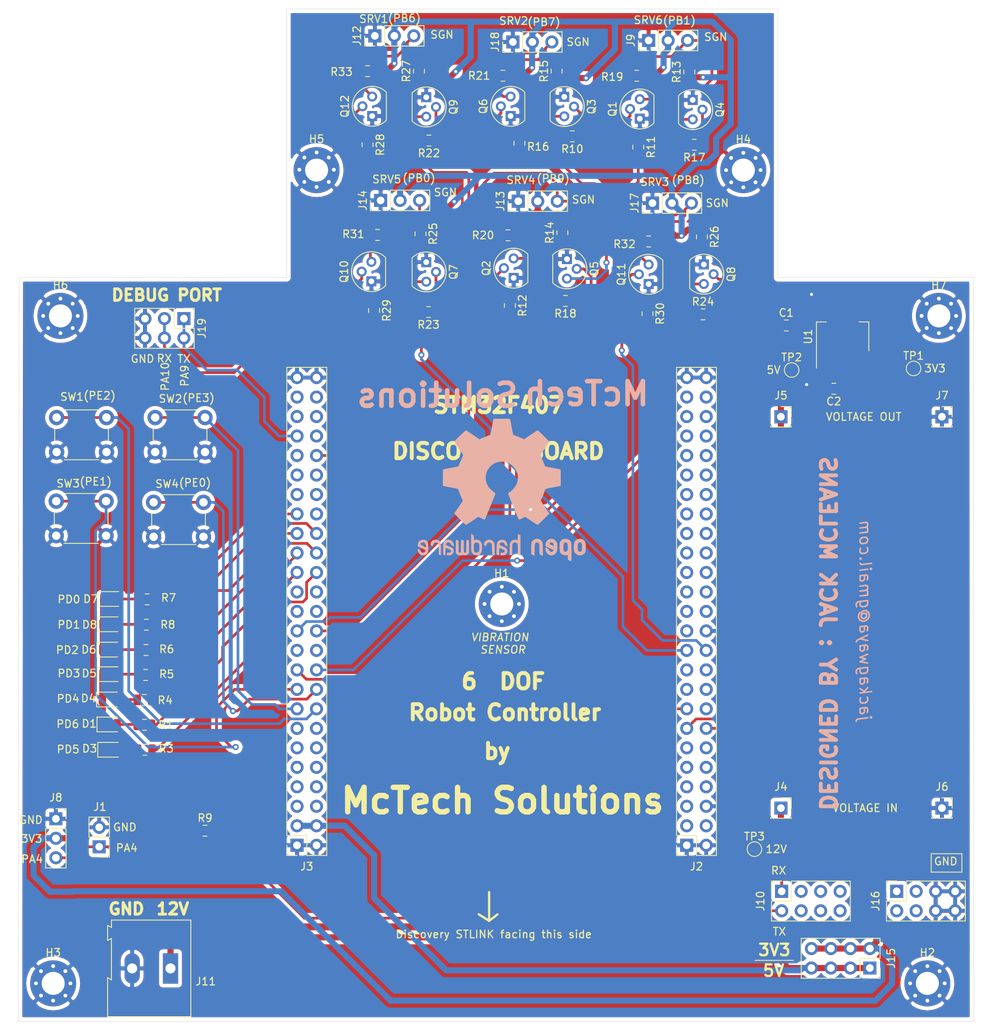
<source format=kicad_pcb>
(kicad_pcb (version 20171130) (host pcbnew "(5.1.2)-2")
  (layers (0 F.Cu signal) (31 B.Cu signal) (34 B.Paste user) (35 F.Paste user) (36 B.SilkS user) (37 F.SilkS user) (38 B.Mask user) (39 F.Mask user) (44 Edge.Cuts user))
  (net 0 "")
  (net 1 +5V)
  (net 2 GND)
  (net 3 +3V3)
  (net 4 "Net-(D1-Pad2)")
  (net 5 "Net-(D3-Pad2)")
  (net 6 "Net-(D4-Pad2)")
  (net 7 "Net-(D5-Pad2)")
  (net 8 "Net-(D6-Pad2)")
  (net 9 "Net-(D7-Pad2)")
  (net 10 "Net-(D8-Pad2)")
  (net 11 "Net-(H1-Pad1)")
  (net 12 PA_4)
  (net 13 "Net-(J2-Pad48)")
  (net 14 "Net-(J2-Pad47)")
  (net 15 "Net-(J2-Pad46)")
  (net 16 "Net-(J2-Pad45)")
  (net 17 "Net-(J2-Pad44)")
  (net 18 "Net-(J2-Pad43)")
  (net 19 "Net-(J2-Pad42)")
  (net 20 "Net-(J2-Pad41)")
  (net 21 "Net-(J2-Pad40)")
  (net 22 "Net-(J2-Pad39)")
  (net 23 "Net-(J2-Pad38)")
  (net 24 "Net-(J2-Pad37)")
  (net 25 "Net-(J2-Pad36)")
  (net 26 "Net-(J2-Pad35)")
  (net 27 "Net-(J2-Pad34)")
  (net 28 "Net-(J2-Pad33)")
  (net 29 "Net-(J2-Pad32)")
  (net 30 "Net-(J2-Pad31)")
  (net 31 "Net-(J2-Pad30)")
  (net 32 "Net-(J2-Pad29)")
  (net 33 "Net-(J2-Pad28)")
  (net 34 "Net-(J2-Pad27)")
  (net 35 "Net-(J2-Pad26)")
  (net 36 "Net-(J2-Pad25)")
  (net 37 SRV5_3V3)
  (net 38 SRV6_3V3)
  (net 39 "Net-(J2-Pad20)")
  (net 40 "Net-(J2-Pad19)")
  (net 41 "Net-(J2-Pad18)")
  (net 42 "Net-(J2-Pad17)")
  (net 43 USART_TX)
  (net 44 USART_RX)
  (net 45 "Net-(J2-Pad12)")
  (net 46 "Net-(J2-Pad11)")
  (net 47 "Net-(J2-Pad10)")
  (net 48 "Net-(J2-Pad9)")
  (net 49 "Net-(J2-Pad8)")
  (net 50 "Net-(J2-Pad7)")
  (net 51 "Net-(J2-Pad4)")
  (net 52 "Net-(J2-Pad3)")
  (net 53 "Net-(J3-Pad5)")
  (net 54 "Net-(J3-Pad6)")
  (net 55 "Net-(J3-Pad7)")
  (net 56 "Net-(J3-Pad8)")
  (net 57 "Net-(J3-Pad9)")
  (net 58 "Net-(J3-Pad10)")
  (net 59 "Net-(J3-Pad11)")
  (net 60 "Net-(J3-Pad12)")
  (net 61 "Net-(J3-Pad13)")
  (net 62 "Net-(J3-Pad14)")
  (net 63 PE_2)
  (net 64 PE_3)
  (net 65 PE_0)
  (net 66 PE_1)
  (net 67 SRV3_3V3)
  (net 68 SRV4_3V3)
  (net 69 "Net-(J3-Pad21)")
  (net 70 "Net-(J3-Pad22)")
  (net 71 SRV1_3V3)
  (net 72 SRV2_3V3)
  (net 73 "Net-(J3-Pad25)")
  (net 74 "Net-(J3-Pad26)")
  (net 75 "Net-(J3-Pad27)")
  (net 76 "Net-(J3-Pad28)")
  (net 77 PD_5)
  (net 78 PD_6)
  (net 79 PD_3)
  (net 80 PD_4)
  (net 81 PD_1)
  (net 82 PD_2)
  (net 83 PD_0)
  (net 84 "Net-(J3-Pad37)")
  (net 85 "Net-(J3-Pad38)")
  (net 86 "Net-(J3-Pad39)")
  (net 87 "Net-(J3-Pad40)")
  (net 88 "Net-(J3-Pad41)")
  (net 89 "Net-(J3-Pad44)")
  (net 90 "Net-(J3-Pad45)")
  (net 91 "Net-(J3-Pad46)")
  (net 92 "Net-(J3-Pad47)")
  (net 93 "Net-(J3-Pad48)")
  (net 94 SRV6_5V)
  (net 95 "Net-(J10-Pad3)")
  (net 96 "Net-(J10-Pad4)")
  (net 97 "Net-(J10-Pad5)")
  (net 98 "Net-(J10-Pad6)")
  (net 99 "Net-(J10-Pad7)")
  (net 100 "Net-(J10-Pad8)")
  (net 101 +12V)
  (net 102 SRV1_5V)
  (net 103 SRV4_5V)
  (net 104 SRV5_5V)
  (net 105 "Net-(J16-Pad4)")
  (net 106 "Net-(J16-Pad3)")
  (net 107 "Net-(J16-Pad2)")
  (net 108 "Net-(J16-Pad1)")
  (net 109 SRV3_5V)
  (net 110 SRV2_5V)
  (net 111 "Net-(Q1-Pad2)")
  (net 112 "Net-(Q1-Pad3)")
  (net 113 "Net-(Q2-Pad3)")
  (net 114 "Net-(Q2-Pad2)")
  (net 115 "Net-(Q3-Pad2)")
  (net 116 "Net-(Q3-Pad3)")
  (net 117 "Net-(Q4-Pad2)")
  (net 118 "Net-(Q5-Pad2)")
  (net 119 "Net-(Q6-Pad2)")
  (net 120 "Net-(Q7-Pad2)")
  (net 121 "Net-(Q7-Pad3)")
  (net 122 "Net-(Q8-Pad3)")
  (net 123 "Net-(Q8-Pad2)")
  (net 124 "Net-(Q9-Pad2)")
  (net 125 "Net-(Q9-Pad3)")
  (net 126 "Net-(Q10-Pad2)")
  (net 127 "Net-(Q11-Pad2)")
  (net 128 "Net-(Q12-Pad2)")
  (net 129 "Net-(J2-Pad23)")
  (net 130 "Net-(J2-Pad16)")
  (net 131 "Net-(J3-Pad36)")
  (net 132 "Net-(J2-Pad5)")
  (net 133 DEBUG_RX)
  (net 134 DEBUG_TX)
  (module Symbol:OSHW-Logo2_24.3x20mm_SilkScreen (layer B.Cu) (at 91.5 87.65 180)
    (fp_text reference REF** hide)
    (fp_text value OSHW-Logo2_24.3x20mm_SilkScreen hide)
  )
  (module TerminalBlock:TerminalBlock_Altech_AK300-2_P5.00mm (layer F.Cu) (at 48.3 150.05 180)
    (fp_text reference J11 (at -4.6 -1.7) (layer F.SilkS))
    (fp_text value Screw_Terminal_01x02)
    (pad 2 thru_hole oval (at 5 0 180) (size 1.98 3.96) (drill 1.32) (layers *.Cu *.Mask) (net 2 GND))
    (pad 1 thru_hole rect (at 0 0 180) (size 1.98 3.96) (drill 1.32) (layers *.Cu *.Mask) (net 101 +12V))
  )
  (module Capacitor_SMD:C_0805_2012Metric (layer F.Cu) (at 134.8 74.5 180)
    (fp_text reference C2 (at 0 -1.65) (layer F.SilkS))
    (fp_text value 10uF)
    (pad 1 smd roundrect (at -0.9375 0 180) (size 0.975 1.4) (layers F.Cu F.Paste F.Mask) (net 3 +3V3))
    (pad 2 smd roundrect (at 0.9375 0 180) (size 0.975 1.4) (layers F.Cu F.Paste F.Mask) (net 2 GND))
  )
  (module LED_SMD:LED_0805_2012Metric (layer F.Cu) (at 40.4 118.25)
    (fp_text reference D1 (at -2.7 -0.1) (layer F.SilkS))
    (fp_text value LED)
    (pad 2 smd roundrect (at 0.9375 0) (size 0.975 1.4) (layers F.Cu F.Paste F.Mask) (net 4 "Net-(D1-Pad2)"))
    (pad 1 smd roundrect (at -0.9375 0) (size 0.975 1.4) (layers F.Cu F.Paste F.Mask) (net 3 +3V3))
  )
  (module LED_SMD:LED_0805_2012Metric (layer F.Cu) (at 40.5 121.55)
    (fp_text reference D3 (at -2.75 -0.15) (layer F.SilkS))
    (fp_text value LED)
    (pad 1 smd roundrect (at -0.9375 0) (size 0.975 1.4) (layers F.Cu F.Paste F.Mask) (net 3 +3V3))
    (pad 2 smd roundrect (at 0.9375 0) (size 0.975 1.4) (layers F.Cu F.Paste F.Mask) (net 5 "Net-(D3-Pad2)"))
  )
  (module LED_SMD:LED_0805_2012Metric (layer F.Cu) (at 40.35 115)
    (fp_text reference D4 (at -2.75 -0.15) (layer F.SilkS))
    (fp_text value LED)
    (pad 1 smd roundrect (at -0.9375 0) (size 0.975 1.4) (layers F.Cu F.Paste F.Mask) (net 3 +3V3))
    (pad 2 smd roundrect (at 0.9375 0) (size 0.975 1.4) (layers F.Cu F.Paste F.Mask) (net 6 "Net-(D4-Pad2)"))
  )
  (module LED_SMD:LED_0805_2012Metric (layer F.Cu) (at 40.45 111.7)
    (fp_text reference D5 (at -2.75 -0.1) (layer F.SilkS))
    (fp_text value LED)
    (pad 2 smd roundrect (at 0.9375 0) (size 0.975 1.4) (layers F.Cu F.Paste F.Mask) (net 7 "Net-(D5-Pad2)"))
    (pad 1 smd roundrect (at -0.9375 0) (size 0.975 1.4) (layers F.Cu F.Paste F.Mask) (net 3 +3V3))
  )
  (module LED_SMD:LED_0805_2012Metric (layer F.Cu) (at 40.4125 108.5)
    (fp_text reference D6 (at -2.7625 0) (layer F.SilkS))
    (fp_text value LED)
    (pad 1 smd roundrect (at -0.9375 0) (size 0.975 1.4) (layers F.Cu F.Paste F.Mask) (net 3 +3V3))
    (pad 2 smd roundrect (at 0.9375 0) (size 0.975 1.4) (layers F.Cu F.Paste F.Mask) (net 8 "Net-(D6-Pad2)"))
  )
  (module LED_SMD:LED_0805_2012Metric (layer F.Cu) (at 40.55 101.9)
    (fp_text reference D7 (at -2.65 0) (layer F.SilkS))
    (fp_text value LED)
    (pad 1 smd roundrect (at -0.9375 0) (size 0.975 1.4) (layers F.Cu F.Paste F.Mask) (net 3 +3V3))
    (pad 2 smd roundrect (at 0.9375 0) (size 0.975 1.4) (layers F.Cu F.Paste F.Mask) (net 9 "Net-(D7-Pad2)"))
  )
  (module LED_SMD:LED_0805_2012Metric (layer F.Cu) (at 40.45 105.2)
    (fp_text reference D8 (at -2.7 0.05) (layer F.SilkS))
    (fp_text value LED)
    (pad 2 smd roundrect (at 0.9375 0) (size 0.975 1.4) (layers F.Cu F.Paste F.Mask) (net 10 "Net-(D8-Pad2)"))
    (pad 1 smd roundrect (at -0.9375 0) (size 0.975 1.4) (layers F.Cu F.Paste F.Mask) (net 3 +3V3))
  )
  (module MountingHole:MountingHole_3mm_Pad_Via (layer F.Cu) (at 91.5 102.55)
    (fp_text reference H1 (at 0 -4) (layer F.SilkS))
    (fp_text value MountingHole_Pad)
    (pad 1 thru_hole circle (at 0 0) (size 6 6) (drill 3) (layers *.Cu *.Mask) (net 11 "Net-(H1-Pad1)"))
    (pad 1 thru_hole circle (at 2.25 0) (size 0.8 0.8) (drill 0.5) (layers *.Cu *.Mask) (net 11 "Net-(H1-Pad1)"))
    (pad 1 thru_hole circle (at 1.59099 1.59099) (size 0.8 0.8) (drill 0.5) (layers *.Cu *.Mask) (net 11 "Net-(H1-Pad1)"))
    (pad 1 thru_hole circle (at 0 2.25) (size 0.8 0.8) (drill 0.5) (layers *.Cu *.Mask) (net 11 "Net-(H1-Pad1)"))
    (pad 1 thru_hole circle (at -1.59099 1.59099) (size 0.8 0.8) (drill 0.5) (layers *.Cu *.Mask) (net 11 "Net-(H1-Pad1)"))
    (pad 1 thru_hole circle (at -2.25 0) (size 0.8 0.8) (drill 0.5) (layers *.Cu *.Mask) (net 11 "Net-(H1-Pad1)"))
    (pad 1 thru_hole circle (at -1.59099 -1.59099) (size 0.8 0.8) (drill 0.5) (layers *.Cu *.Mask) (net 11 "Net-(H1-Pad1)"))
    (pad 1 thru_hole circle (at 0 -2.25) (size 0.8 0.8) (drill 0.5) (layers *.Cu *.Mask) (net 11 "Net-(H1-Pad1)"))
    (pad 1 thru_hole circle (at 1.59099 -1.59099) (size 0.8 0.8) (drill 0.5) (layers *.Cu *.Mask) (net 11 "Net-(H1-Pad1)"))
  )
  (module MountingHole:MountingHole_3mm_Pad_Via (layer F.Cu) (at 147 152)
    (fp_text reference H2 (at 0 -4) (layer F.SilkS))
    (fp_text value MountingHole_Pad)
    (pad 1 thru_hole circle (at 1.59099 -1.59099) (size 0.8 0.8) (drill 0.5) (layers *.Cu *.Mask) (net 2 GND))
    (pad 1 thru_hole circle (at 0 -2.25) (size 0.8 0.8) (drill 0.5) (layers *.Cu *.Mask) (net 2 GND))
    (pad 1 thru_hole circle (at -1.59099 -1.59099) (size 0.8 0.8) (drill 0.5) (layers *.Cu *.Mask) (net 2 GND))
    (pad 1 thru_hole circle (at -2.25 0) (size 0.8 0.8) (drill 0.5) (layers *.Cu *.Mask) (net 2 GND))
    (pad 1 thru_hole circle (at -1.59099 1.59099) (size 0.8 0.8) (drill 0.5) (layers *.Cu *.Mask) (net 2 GND))
    (pad 1 thru_hole circle (at 0 2.25) (size 0.8 0.8) (drill 0.5) (layers *.Cu *.Mask) (net 2 GND))
    (pad 1 thru_hole circle (at 1.59099 1.59099) (size 0.8 0.8) (drill 0.5) (layers *.Cu *.Mask) (net 2 GND))
    (pad 1 thru_hole circle (at 2.25 0) (size 0.8 0.8) (drill 0.5) (layers *.Cu *.Mask) (net 2 GND))
    (pad 1 thru_hole circle (at 0 0) (size 6 6) (drill 3) (layers *.Cu *.Mask) (net 2 GND))
  )
  (module MountingHole:MountingHole_3mm_Pad_Via (layer F.Cu) (at 33 152)
    (fp_text reference H3 (at 0 -4) (layer F.SilkS))
    (fp_text value MountingHole_Pad)
    (pad 1 thru_hole circle (at 1.59099 -1.59099) (size 0.8 0.8) (drill 0.5) (layers *.Cu *.Mask) (net 2 GND))
    (pad 1 thru_hole circle (at 0 -2.25) (size 0.8 0.8) (drill 0.5) (layers *.Cu *.Mask) (net 2 GND))
    (pad 1 thru_hole circle (at -1.59099 -1.59099) (size 0.8 0.8) (drill 0.5) (layers *.Cu *.Mask) (net 2 GND))
    (pad 1 thru_hole circle (at -2.25 0) (size 0.8 0.8) (drill 0.5) (layers *.Cu *.Mask) (net 2 GND))
    (pad 1 thru_hole circle (at -1.59099 1.59099) (size 0.8 0.8) (drill 0.5) (layers *.Cu *.Mask) (net 2 GND))
    (pad 1 thru_hole circle (at 0 2.25) (size 0.8 0.8) (drill 0.5) (layers *.Cu *.Mask) (net 2 GND))
    (pad 1 thru_hole circle (at 1.59099 1.59099) (size 0.8 0.8) (drill 0.5) (layers *.Cu *.Mask) (net 2 GND))
    (pad 1 thru_hole circle (at 2.25 0) (size 0.8 0.8) (drill 0.5) (layers *.Cu *.Mask) (net 2 GND))
    (pad 1 thru_hole circle (at 0 0) (size 6 6) (drill 3) (layers *.Cu *.Mask) (net 2 GND))
  )
  (module MountingHole:MountingHole_3mm_Pad_Via (layer F.Cu) (at 123 46)
    (fp_text reference H4 (at 0 -4) (layer F.SilkS))
    (fp_text value MountingHole_Pad)
    (pad 1 thru_hole circle (at 0 0) (size 6 6) (drill 3) (layers *.Cu *.Mask) (net 2 GND))
    (pad 1 thru_hole circle (at 2.25 0) (size 0.8 0.8) (drill 0.5) (layers *.Cu *.Mask) (net 2 GND))
    (pad 1 thru_hole circle (at 1.59099 1.59099) (size 0.8 0.8) (drill 0.5) (layers *.Cu *.Mask) (net 2 GND))
    (pad 1 thru_hole circle (at 0 2.25) (size 0.8 0.8) (drill 0.5) (layers *.Cu *.Mask) (net 2 GND))
    (pad 1 thru_hole circle (at -1.59099 1.59099) (size 0.8 0.8) (drill 0.5) (layers *.Cu *.Mask) (net 2 GND))
    (pad 1 thru_hole circle (at -2.25 0) (size 0.8 0.8) (drill 0.5) (layers *.Cu *.Mask) (net 2 GND))
    (pad 1 thru_hole circle (at -1.59099 -1.59099) (size 0.8 0.8) (drill 0.5) (layers *.Cu *.Mask) (net 2 GND))
    (pad 1 thru_hole circle (at 0 -2.25) (size 0.8 0.8) (drill 0.5) (layers *.Cu *.Mask) (net 2 GND))
    (pad 1 thru_hole circle (at 1.59099 -1.59099) (size 0.8 0.8) (drill 0.5) (layers *.Cu *.Mask) (net 2 GND))
  )
  (module MountingHole:MountingHole_3mm_Pad_Via (layer F.Cu) (at 67.35 45.95)
    (fp_text reference H5 (at 0 -4) (layer F.SilkS))
    (fp_text value MountingHole_Pad)
    (pad 1 thru_hole circle (at 1.59099 -1.59099) (size 0.8 0.8) (drill 0.5) (layers *.Cu *.Mask) (net 2 GND))
    (pad 1 thru_hole circle (at 0 -2.25) (size 0.8 0.8) (drill 0.5) (layers *.Cu *.Mask) (net 2 GND))
    (pad 1 thru_hole circle (at -1.59099 -1.59099) (size 0.8 0.8) (drill 0.5) (layers *.Cu *.Mask) (net 2 GND))
    (pad 1 thru_hole circle (at -2.25 0) (size 0.8 0.8) (drill 0.5) (layers *.Cu *.Mask) (net 2 GND))
    (pad 1 thru_hole circle (at -1.59099 1.59099) (size 0.8 0.8) (drill 0.5) (layers *.Cu *.Mask) (net 2 GND))
    (pad 1 thru_hole circle (at 0 2.25) (size 0.8 0.8) (drill 0.5) (layers *.Cu *.Mask) (net 2 GND))
    (pad 1 thru_hole circle (at 1.59099 1.59099) (size 0.8 0.8) (drill 0.5) (layers *.Cu *.Mask) (net 2 GND))
    (pad 1 thru_hole circle (at 2.25 0) (size 0.8 0.8) (drill 0.5) (layers *.Cu *.Mask) (net 2 GND))
    (pad 1 thru_hole circle (at 0 0.05) (size 6 6) (drill 3) (layers *.Cu *.Mask) (net 2 GND))
  )
  (module Connector_PinHeader_2.54mm:PinHeader_1x02_P2.54mm_Vertical (layer F.Cu) (at 39 134.2 180)
    (fp_text reference J1 (at -0.1 5.2) (layer F.SilkS))
    (fp_text value Conn_01x02_Female)
    (pad 1 thru_hole rect (at 0 0 180) (size 1.7 1.7) (drill 1) (layers *.Cu *.Mask) (net 12 PA_4))
    (pad 2 thru_hole oval (at 0 2.54 180) (size 1.7 1.7) (drill 1) (layers *.Cu *.Mask) (net 2 GND))
  )
  (module Connector_PinSocket_2.54mm:PinSocket_2x25_P2.54mm_Vertical (layer F.Cu) (at 115.62 134 180)
    (fp_text reference J2 (at -1.27 -2.77) (layer F.SilkS))
    (fp_text value Conn_02x25_Odd_Even)
    (pad 1 thru_hole rect (at 0 0 180) (size 1.7 1.7) (drill 1) (layers *.Cu *.Mask) (net 2 GND))
    (pad 2 thru_hole oval (at -2.54 0 180) (size 1.7 1.7) (drill 1) (layers *.Cu *.Mask) (net 2 GND))
    (pad 3 thru_hole oval (at 0 2.54 180) (size 1.7 1.7) (drill 1) (layers *.Cu *.Mask) (net 52 "Net-(J2-Pad3)"))
    (pad 4 thru_hole oval (at -2.54 2.54 180) (size 1.7 1.7) (drill 1) (layers *.Cu *.Mask) (net 51 "Net-(J2-Pad4)"))
    (pad 5 thru_hole oval (at 0 5.08 180) (size 1.7 1.7) (drill 1) (layers *.Cu *.Mask) (net 132 "Net-(J2-Pad5)"))
    (pad 6 thru_hole oval (at -2.54 5.08 180) (size 1.7 1.7) (drill 1) (layers *.Cu *.Mask) (net 2 GND))
    (pad 7 thru_hole oval (at 0 7.62 180) (size 1.7 1.7) (drill 1) (layers *.Cu *.Mask) (net 50 "Net-(J2-Pad7)"))
    (pad 8 thru_hole oval (at -2.54 7.62 180) (size 1.7 1.7) (drill 1) (layers *.Cu *.Mask) (net 49 "Net-(J2-Pad8)"))
    (pad 9 thru_hole oval (at 0 10.16 180) (size 1.7 1.7) (drill 1) (layers *.Cu *.Mask) (net 48 "Net-(J2-Pad9)"))
    (pad 10 thru_hole oval (at -2.54 10.16 180) (size 1.7 1.7) (drill 1) (layers *.Cu *.Mask) (net 47 "Net-(J2-Pad10)"))
    (pad 11 thru_hole oval (at 0 12.7 180) (size 1.7 1.7) (drill 1) (layers *.Cu *.Mask) (net 46 "Net-(J2-Pad11)"))
    (pad 12 thru_hole oval (at -2.54 12.7 180) (size 1.7 1.7) (drill 1) (layers *.Cu *.Mask) (net 45 "Net-(J2-Pad12)"))
    (pad 13 thru_hole oval (at 0 15.24 180) (size 1.7 1.7) (drill 1) (layers *.Cu *.Mask) (net 43 USART_TX))
    (pad 14 thru_hole oval (at -2.54 15.24 180) (size 1.7 1.7) (drill 1) (layers *.Cu *.Mask) (net 44 USART_RX))
    (pad 15 thru_hole oval (at 0 17.78 180) (size 1.7 1.7) (drill 1) (layers *.Cu *.Mask) (net 12 PA_4))
    (pad 16 thru_hole oval (at -2.54 17.78 180) (size 1.7 1.7) (drill 1) (layers *.Cu *.Mask) (net 130 "Net-(J2-Pad16)"))
    (pad 17 thru_hole oval (at 0 20.32 180) (size 1.7 1.7) (drill 1) (layers *.Cu *.Mask) (net 42 "Net-(J2-Pad17)"))
    (pad 18 thru_hole oval (at -2.54 20.32 180) (size 1.7 1.7) (drill 1) (layers *.Cu *.Mask) (net 41 "Net-(J2-Pad18)"))
    (pad 19 thru_hole oval (at 0 22.86 180) (size 1.7 1.7) (drill 1) (layers *.Cu *.Mask) (net 40 "Net-(J2-Pad19)"))
    (pad 20 thru_hole oval (at -2.54 22.86 180) (size 1.7 1.7) (drill 1) (layers *.Cu *.Mask) (net 39 "Net-(J2-Pad20)"))
    (pad 21 thru_hole oval (at 0 25.4 180) (size 1.7 1.7) (drill 1) (layers *.Cu *.Mask) (net 37 SRV5_3V3))
    (pad 22 thru_hole oval (at -2.54 25.4 180) (size 1.7 1.7) (drill 1) (layers *.Cu *.Mask) (net 38 SRV6_3V3))
    (pad 23 thru_hole oval (at 0 27.94 180) (size 1.7 1.7) (drill 1) (layers *.Cu *.Mask) (net 129 "Net-(J2-Pad23)"))
    (pad 24 thru_hole oval (at -2.54 27.94 180) (size 1.7 1.7) (drill 1) (layers *.Cu *.Mask) (net 2 GND))
    (pad 25 thru_hole oval (at 0 30.48 180) (size 1.7 1.7) (drill 1) (layers *.Cu *.Mask) (net 36 "Net-(J2-Pad25)"))
    (pad 26 thru_hole oval (at -2.54 30.48 180) (size 1.7 1.7) (drill 1) (layers *.Cu *.Mask) (net 35 "Net-(J2-Pad26)"))
    (pad 27 thru_hole oval (at 0 33.02 180) (size 1.7 1.7) (drill 1) (layers *.Cu *.Mask) (net 34 "Net-(J2-Pad27)"))
    (pad 28 thru_hole oval (at -2.54 33.02 180) (size 1.7 1.7) (drill 1) (layers *.Cu *.Mask) (net 33 "Net-(J2-Pad28)"))
    (pad 29 thru_hole oval (at 0 35.56 180) (size 1.7 1.7) (drill 1) (layers *.Cu *.Mask) (net 32 "Net-(J2-Pad29)"))
    (pad 30 thru_hole oval (at -2.54 35.56 180) (size 1.7 1.7) (drill 1) (layers *.Cu *.Mask) (net 31 "Net-(J2-Pad30)"))
    (pad 31 thru_hole oval (at 0 38.1 180) (size 1.7 1.7) (drill 1) (layers *.Cu *.Mask) (net 30 "Net-(J2-Pad31)"))
    (pad 32 thru_hole oval (at -2.54 38.1 180) (size 1.7 1.7) (drill 1) (layers *.Cu *.Mask) (net 29 "Net-(J2-Pad32)"))
    (pad 33 thru_hole oval (at 0 40.64 180) (size 1.7 1.7) (drill 1) (layers *.Cu *.Mask) (net 28 "Net-(J2-Pad33)"))
    (pad 34 thru_hole oval (at -2.54 40.64 180) (size 1.7 1.7) (drill 1) (layers *.Cu *.Mask) (net 27 "Net-(J2-Pad34)"))
    (pad 35 thru_hole oval (at 0 43.18 180) (size 1.7 1.7) (drill 1) (layers *.Cu *.Mask) (net 26 "Net-(J2-Pad35)"))
    (pad 36 thru_hole oval (at -2.54 43.18 180) (size 1.7 1.7) (drill 1) (layers *.Cu *.Mask) (net 25 "Net-(J2-Pad36)"))
    (pad 37 thru_hole oval (at 0 45.72 180) (size 1.7 1.7) (drill 1) (layers *.Cu *.Mask) (net 24 "Net-(J2-Pad37)"))
    (pad 38 thru_hole oval (at -2.54 45.72 180) (size 1.7 1.7) (drill 1) (layers *.Cu *.Mask) (net 23 "Net-(J2-Pad38)"))
    (pad 39 thru_hole oval (at 0 48.26 180) (size 1.7 1.7) (drill 1) (layers *.Cu *.Mask) (net 22 "Net-(J2-Pad39)"))
    (pad 40 thru_hole oval (at -2.54 48.26 180) (size 1.7 1.7) (drill 1) (layers *.Cu *.Mask) (net 21 "Net-(J2-Pad40)"))
    (pad 41 thru_hole oval (at 0 50.8 180) (size 1.7 1.7) (drill 1) (layers *.Cu *.Mask) (net 20 "Net-(J2-Pad41)"))
    (pad 42 thru_hole oval (at -2.54 50.8 180) (size 1.7 1.7) (drill 1) (layers *.Cu *.Mask) (net 19 "Net-(J2-Pad42)"))
    (pad 43 thru_hole oval (at 0 53.34 180) (size 1.7 1.7) (drill 1) (layers *.Cu *.Mask) (net 18 "Net-(J2-Pad43)"))
    (pad 44 thru_hole oval (at -2.54 53.34 180) (size 1.7 1.7) (drill 1) (layers *.Cu *.Mask) (net 17 "Net-(J2-Pad44)"))
    (pad 45 thru_hole oval (at 0 55.88 180) (size 1.7 1.7) (drill 1) (layers *.Cu *.Mask) (net 16 "Net-(J2-Pad45)"))
    (pad 46 thru_hole oval (at -2.54 55.88 180) (size 1.7 1.7) (drill 1) (layers *.Cu *.Mask) (net 15 "Net-(J2-Pad46)"))
    (pad 47 thru_hole oval (at 0 58.42 180) (size 1.7 1.7) (drill 1) (layers *.Cu *.Mask) (net 14 "Net-(J2-Pad47)"))
    (pad 48 thru_hole oval (at -2.54 58.42 180) (size 1.7 1.7) (drill 1) (layers *.Cu *.Mask) (net 13 "Net-(J2-Pad48)"))
    (pad 49 thru_hole oval (at 0 60.96 180) (size 1.7 1.7) (drill 1) (layers *.Cu *.Mask) (net 2 GND))
    (pad 50 thru_hole oval (at -2.54 60.96 180) (size 1.7 1.7) (drill 1) (layers *.Cu *.Mask) (net 2 GND))
  )
  (module Connector_PinSocket_2.54mm:PinSocket_2x25_P2.54mm_Vertical (layer F.Cu) (at 64.8 134 180)
    (fp_text reference J3 (at -1.27 -2.77) (layer F.SilkS))
    (fp_text value Conn_02x25_Odd_Even)
    (pad 1 thru_hole rect (at 0 0 180) (size 1.7 1.7) (drill 1) (layers *.Cu *.Mask) (net 2 GND))
    (pad 2 thru_hole oval (at -2.54 0 180) (size 1.7 1.7) (drill 1) (layers *.Cu *.Mask) (net 2 GND))
    (pad 3 thru_hole oval (at 0 2.54 180) (size 1.7 1.7) (drill 1) (layers *.Cu *.Mask) (net 1 +5V))
    (pad 4 thru_hole oval (at -2.54 2.54 180) (size 1.7 1.7) (drill 1) (layers *.Cu *.Mask) (net 1 +5V))
    (pad 5 thru_hole oval (at 0 5.08 180) (size 1.7 1.7) (drill 1) (layers *.Cu *.Mask) (net 53 "Net-(J3-Pad5)"))
    (pad 6 thru_hole oval (at -2.54 5.08 180) (size 1.7 1.7) (drill 1) (layers *.Cu *.Mask) (net 54 "Net-(J3-Pad6)"))
    (pad 7 thru_hole oval (at 0 7.62 180) (size 1.7 1.7) (drill 1) (layers *.Cu *.Mask) (net 55 "Net-(J3-Pad7)"))
    (pad 8 thru_hole oval (at -2.54 7.62 180) (size 1.7 1.7) (drill 1) (layers *.Cu *.Mask) (net 56 "Net-(J3-Pad8)"))
    (pad 9 thru_hole oval (at 0 10.16 180) (size 1.7 1.7) (drill 1) (layers *.Cu *.Mask) (net 57 "Net-(J3-Pad9)"))
    (pad 10 thru_hole oval (at -2.54 10.16 180) (size 1.7 1.7) (drill 1) (layers *.Cu *.Mask) (net 58 "Net-(J3-Pad10)"))
    (pad 11 thru_hole oval (at 0 12.7 180) (size 1.7 1.7) (drill 1) (layers *.Cu *.Mask) (net 59 "Net-(J3-Pad11)"))
    (pad 12 thru_hole oval (at -2.54 12.7 180) (size 1.7 1.7) (drill 1) (layers *.Cu *.Mask) (net 60 "Net-(J3-Pad12)"))
    (pad 13 thru_hole oval (at 0 15.24 180) (size 1.7 1.7) (drill 1) (layers *.Cu *.Mask) (net 61 "Net-(J3-Pad13)"))
    (pad 14 thru_hole oval (at -2.54 15.24 180) (size 1.7 1.7) (drill 1) (layers *.Cu *.Mask) (net 62 "Net-(J3-Pad14)"))
    (pad 15 thru_hole oval (at 0 17.78 180) (size 1.7 1.7) (drill 1) (layers *.Cu *.Mask) (net 64 PE_3))
    (pad 16 thru_hole oval (at -2.54 17.78 180) (size 1.7 1.7) (drill 1) (layers *.Cu *.Mask) (net 63 PE_2))
    (pad 17 thru_hole oval (at 0 20.32 180) (size 1.7 1.7) (drill 1) (layers *.Cu *.Mask) (net 66 PE_1))
    (pad 18 thru_hole oval (at -2.54 20.32 180) (size 1.7 1.7) (drill 1) (layers *.Cu *.Mask) (net 65 PE_0))
    (pad 19 thru_hole oval (at 0 22.86 180) (size 1.7 1.7) (drill 1) (layers *.Cu *.Mask) (net 68 SRV4_3V3))
    (pad 20 thru_hole oval (at -2.54 22.86 180) (size 1.7 1.7) (drill 1) (layers *.Cu *.Mask) (net 67 SRV3_3V3))
    (pad 21 thru_hole oval (at 0 25.4 180) (size 1.7 1.7) (drill 1) (layers *.Cu *.Mask) (net 69 "Net-(J3-Pad21)"))
    (pad 22 thru_hole oval (at -2.54 25.4 180) (size 1.7 1.7) (drill 1) (layers *.Cu *.Mask) (net 70 "Net-(J3-Pad22)"))
    (pad 23 thru_hole oval (at 0 27.94 180) (size 1.7 1.7) (drill 1) (layers *.Cu *.Mask) (net 72 SRV2_3V3))
    (pad 24 thru_hole oval (at -2.54 27.94 180) (size 1.7 1.7) (drill 1) (layers *.Cu *.Mask) (net 71 SRV1_3V3))
    (pad 25 thru_hole oval (at 0 30.48 180) (size 1.7 1.7) (drill 1) (layers *.Cu *.Mask) (net 73 "Net-(J3-Pad25)"))
    (pad 26 thru_hole oval (at -2.54 30.48 180) (size 1.7 1.7) (drill 1) (layers *.Cu *.Mask) (net 74 "Net-(J3-Pad26)"))
    (pad 27 thru_hole oval (at 0 33.02 180) (size 1.7 1.7) (drill 1) (layers *.Cu *.Mask) (net 75 "Net-(J3-Pad27)"))
    (pad 28 thru_hole oval (at -2.54 33.02 180) (size 1.7 1.7) (drill 1) (layers *.Cu *.Mask) (net 76 "Net-(J3-Pad28)"))
    (pad 29 thru_hole oval (at 0 35.56 180) (size 1.7 1.7) (drill 1) (layers *.Cu *.Mask) (net 78 PD_6))
    (pad 30 thru_hole oval (at -2.54 35.56 180) (size 1.7 1.7) (drill 1) (layers *.Cu *.Mask) (net 77 PD_5))
    (pad 31 thru_hole oval (at 0 38.1 180) (size 1.7 1.7) (drill 1) (layers *.Cu *.Mask) (net 80 PD_4))
    (pad 32 thru_hole oval (at -2.54 38.1 180) (size 1.7 1.7) (drill 1) (layers *.Cu *.Mask) (net 79 PD_3))
    (pad 33 thru_hole oval (at 0 40.64 180) (size 1.7 1.7) (drill 1) (layers *.Cu *.Mask) (net 82 PD_2))
    (pad 34 thru_hole oval (at -2.54 40.64 180) (size 1.7 1.7) (drill 1) (layers *.Cu *.Mask) (net 81 PD_1))
    (pad 35 thru_hole oval (at 0 43.18 180) (size 1.7 1.7) (drill 1) (layers *.Cu *.Mask) (net 83 PD_0))
    (pad 36 thru_hole oval (at -2.54 43.18 180) (size 1.7 1.7) (drill 1) (layers *.Cu *.Mask) (net 131 "Net-(J3-Pad36)"))
    (pad 37 thru_hole oval (at 0 45.72 180) (size 1.7 1.7) (drill 1) (layers *.Cu *.Mask) (net 84 "Net-(J3-Pad37)"))
    (pad 38 thru_hole oval (at -2.54 45.72 180) (size 1.7 1.7) (drill 1) (layers *.Cu *.Mask) (net 85 "Net-(J3-Pad38)"))
    (pad 39 thru_hole oval (at 0 48.26 180) (size 1.7 1.7) (drill 1) (layers *.Cu *.Mask) (net 86 "Net-(J3-Pad39)"))
    (pad 40 thru_hole oval (at -2.54 48.26 180) (size 1.7 1.7) (drill 1) (layers *.Cu *.Mask) (net 87 "Net-(J3-Pad40)"))
    (pad 41 thru_hole oval (at 0 50.8 180) (size 1.7 1.7) (drill 1) (layers *.Cu *.Mask) (net 88 "Net-(J3-Pad41)"))
    (pad 42 thru_hole oval (at -2.54 50.8 180) (size 1.7 1.7) (drill 1) (layers *.Cu *.Mask) (net 133 DEBUG_RX))
    (pad 43 thru_hole oval (at 0 53.34 180) (size 1.7 1.7) (drill 1) (layers *.Cu *.Mask) (net 134 DEBUG_TX))
    (pad 44 thru_hole oval (at -2.54 53.34 180) (size 1.7 1.7) (drill 1) (layers *.Cu *.Mask) (net 89 "Net-(J3-Pad44)"))
    (pad 45 thru_hole oval (at 0 55.88 180) (size 1.7 1.7) (drill 1) (layers *.Cu *.Mask) (net 90 "Net-(J3-Pad45)"))
    (pad 46 thru_hole oval (at -2.54 55.88 180) (size 1.7 1.7) (drill 1) (layers *.Cu *.Mask) (net 91 "Net-(J3-Pad46)"))
    (pad 47 thru_hole oval (at 0 58.42 180) (size 1.7 1.7) (drill 1) (layers *.Cu *.Mask) (net 92 "Net-(J3-Pad47)"))
    (pad 48 thru_hole oval (at -2.54 58.42 180) (size 1.7 1.7) (drill 1) (layers *.Cu *.Mask) (net 93 "Net-(J3-Pad48)"))
    (pad 49 thru_hole oval (at 0 60.96 180) (size 1.7 1.7) (drill 1) (layers *.Cu *.Mask) (net 2 GND))
    (pad 50 thru_hole oval (at -2.54 60.96 180) (size 1.7 1.7) (drill 1) (layers *.Cu *.Mask) (net 2 GND))
  )
  (module Connector_PinSocket_2.54mm:PinSocket_1x03_P2.54mm_Vertical (layer F.Cu) (at 33.35 130.55)
    (fp_text reference J8 (at 0 -2.77) (layer F.SilkS))
    (fp_text value Conn_01x03)
    (pad 1 thru_hole rect (at 0 0) (size 1.7 1.7) (drill 1) (layers *.Cu *.Mask) (net 2 GND))
    (pad 2 thru_hole oval (at 0 2.54) (size 1.7 1.7) (drill 1) (layers *.Cu *.Mask) (net 3 +3V3))
    (pad 3 thru_hole oval (at 0 5.08) (size 1.7 1.7) (drill 1) (layers *.Cu *.Mask) (net 12 PA_4))
  )
  (module Connector_PinHeader_2.54mm:PinHeader_1x03_P2.54mm_Vertical (layer F.Cu) (at 110.65 29.1 90)
    (fp_text reference J9 (at 0 -2.33 90) (layer F.SilkS))
    (fp_text value Conn_01x03)
    (pad 3 thru_hole oval (at 0 5.08 90) (size 1.7 1.7) (drill 1) (layers *.Cu *.Mask) (net 94 SRV6_5V))
    (pad 2 thru_hole oval (at 0 2.54 90) (size 1.7 1.7) (drill 1) (layers *.Cu *.Mask) (net 1 +5V))
    (pad 1 thru_hole rect (at 0 0 90) (size 1.7 1.7) (drill 1) (layers *.Cu *.Mask) (net 2 GND))
  )
  (module Connector_PinSocket_2.54mm:PinSocket_2x04_P2.54mm_Vertical (layer F.Cu) (at 128 140 90)
    (fp_text reference J10 (at -1.27 -2.77 90) (layer F.SilkS))
    (fp_text value Conn_02x04_Odd_Even)
    (pad 1 thru_hole rect (at 0 0 90) (size 1.7 1.7) (drill 1) (layers *.Cu *.Mask) (net 43 USART_TX))
    (pad 2 thru_hole oval (at -2.54 0 90) (size 1.7 1.7) (drill 1) (layers *.Cu *.Mask) (net 44 USART_RX))
    (pad 3 thru_hole oval (at 0 2.54 90) (size 1.7 1.7) (drill 1) (layers *.Cu *.Mask) (net 95 "Net-(J10-Pad3)"))
    (pad 4 thru_hole oval (at -2.54 2.54 90) (size 1.7 1.7) (drill 1) (layers *.Cu *.Mask) (net 96 "Net-(J10-Pad4)"))
    (pad 5 thru_hole oval (at 0 5.08 90) (size 1.7 1.7) (drill 1) (layers *.Cu *.Mask) (net 97 "Net-(J10-Pad5)"))
    (pad 6 thru_hole oval (at -2.54 5.08 90) (size 1.7 1.7) (drill 1) (layers *.Cu *.Mask) (net 98 "Net-(J10-Pad6)"))
    (pad 7 thru_hole oval (at 0 7.62 90) (size 1.7 1.7) (drill 1) (layers *.Cu *.Mask) (net 99 "Net-(J10-Pad7)"))
    (pad 8 thru_hole oval (at -2.54 7.62 90) (size 1.7 1.7) (drill 1) (layers *.Cu *.Mask) (net 100 "Net-(J10-Pad8)"))
  )
  (module Connector_PinHeader_2.54mm:PinHeader_1x03_P2.54mm_Vertical (layer F.Cu) (at 74.95 28.5 90)
    (fp_text reference J12 (at 0 -2.33 90) (layer F.SilkS))
    (fp_text value Conn_01x03)
    (pad 1 thru_hole rect (at 0 0 90) (size 1.7 1.7) (drill 1) (layers *.Cu *.Mask) (net 2 GND))
    (pad 2 thru_hole oval (at 0 2.54 90) (size 1.7 1.7) (drill 1) (layers *.Cu *.Mask) (net 1 +5V))
    (pad 3 thru_hole oval (at 0 5.08 90) (size 1.7 1.7) (drill 1) (layers *.Cu *.Mask) (net 102 SRV1_5V))
  )
  (module Connector_PinHeader_2.54mm:PinHeader_1x03_P2.54mm_Vertical (layer F.Cu) (at 93.65 50.05 90)
    (fp_text reference J13 (at 0 -2.33 90) (layer F.SilkS))
    (fp_text value Conn_01x03)
    (pad 3 thru_hole oval (at 0 5.08 90) (size 1.7 1.7) (drill 1) (layers *.Cu *.Mask) (net 103 SRV4_5V))
    (pad 2 thru_hole oval (at 0 2.54 90) (size 1.7 1.7) (drill 1) (layers *.Cu *.Mask) (net 1 +5V))
    (pad 1 thru_hole rect (at 0 0 90) (size 1.7 1.7) (drill 1) (layers *.Cu *.Mask) (net 2 GND))
  )
  (module Connector_PinHeader_2.54mm:PinHeader_1x03_P2.54mm_Vertical (layer F.Cu) (at 75.7 49.95 90)
    (fp_text reference J14 (at 0 -2.33 90) (layer F.SilkS))
    (fp_text value Conn_01x03)
    (pad 1 thru_hole rect (at 0 0 90) (size 1.7 1.7) (drill 1) (layers *.Cu *.Mask) (net 2 GND))
    (pad 2 thru_hole oval (at 0 2.54 90) (size 1.7 1.7) (drill 1) (layers *.Cu *.Mask) (net 1 +5V))
    (pad 3 thru_hole oval (at 0 5.08 90) (size 1.7 1.7) (drill 1) (layers *.Cu *.Mask) (net 104 SRV5_5V))
  )
  (module Connector_PinSocket_2.54mm:PinSocket_2x04_P2.54mm_Vertical (layer F.Cu) (at 139.5 150 270)
    (fp_text reference J15 (at -1.27 -2.77 90) (layer F.SilkS))
    (fp_text value Conn_02x04_Odd_Even)
    (pad 1 thru_hole rect (at 0 0 270) (size 1.7 1.7) (drill 1) (layers *.Cu *.Mask) (net 1 +5V))
    (pad 2 thru_hole oval (at -2.54 0 270) (size 1.7 1.7) (drill 1) (layers *.Cu *.Mask) (net 3 +3V3))
    (pad 3 thru_hole oval (at 0 2.54 270) (size 1.7 1.7) (drill 1) (layers *.Cu *.Mask) (net 1 +5V))
    (pad 4 thru_hole oval (at -2.54 2.54 270) (size 1.7 1.7) (drill 1) (layers *.Cu *.Mask) (net 3 +3V3))
    (pad 5 thru_hole oval (at 0 5.08 270) (size 1.7 1.7) (drill 1) (layers *.Cu *.Mask) (net 1 +5V))
    (pad 6 thru_hole oval (at -2.54 5.08 270) (size 1.7 1.7) (drill 1) (layers *.Cu *.Mask) (net 3 +3V3))
    (pad 7 thru_hole oval (at 0 7.62 270) (size 1.7 1.7) (drill 1) (layers *.Cu *.Mask) (net 1 +5V))
    (pad 8 thru_hole oval (at -2.54 7.62 270) (size 1.7 1.7) (drill 1) (layers *.Cu *.Mask) (net 3 +3V3))
  )
  (module Connector_PinSocket_2.54mm:PinSocket_2x04_P2.54mm_Vertical (layer F.Cu) (at 143 140 90)
    (fp_text reference J16 (at -1.27 -2.77 90) (layer F.SilkS))
    (fp_text value Conn_02x04_Odd_Even)
    (pad 8 thru_hole oval (at -2.54 7.62 90) (size 1.7 1.7) (drill 1) (layers *.Cu *.Mask) (net 2 GND))
    (pad 7 thru_hole oval (at 0 7.62 90) (size 1.7 1.7) (drill 1) (layers *.Cu *.Mask) (net 2 GND))
    (pad 6 thru_hole oval (at -2.54 5.08 90) (size 1.7 1.7) (drill 1) (layers *.Cu *.Mask) (net 2 GND))
    (pad 5 thru_hole oval (at 0 5.08 90) (size 1.7 1.7) (drill 1) (layers *.Cu *.Mask) (net 2 GND))
    (pad 4 thru_hole oval (at -2.54 2.54 90) (size 1.7 1.7) (drill 1) (layers *.Cu *.Mask) (net 105 "Net-(J16-Pad4)"))
    (pad 3 thru_hole oval (at 0 2.54 90) (size 1.7 1.7) (drill 1) (layers *.Cu *.Mask) (net 106 "Net-(J16-Pad3)"))
    (pad 2 thru_hole oval (at -2.54 0 90) (size 1.7 1.7) (drill 1) (layers *.Cu *.Mask) (net 107 "Net-(J16-Pad2)"))
    (pad 1 thru_hole rect (at 0 0 90) (size 1.7 1.7) (drill 1) (layers *.Cu *.Mask) (net 108 "Net-(J16-Pad1)"))
  )
  (module Connector_PinHeader_2.54mm:PinHeader_1x03_P2.54mm_Vertical (layer F.Cu) (at 111.15 50.3 90)
    (fp_text reference J17 (at 0 -2.33 90) (layer F.SilkS))
    (fp_text value Conn_01x03)
    (pad 1 thru_hole rect (at 0 0 90) (size 1.7 1.7) (drill 1) (layers *.Cu *.Mask) (net 2 GND))
    (pad 2 thru_hole oval (at 0 2.54 90) (size 1.7 1.7) (drill 1) (layers *.Cu *.Mask) (net 1 +5V))
    (pad 3 thru_hole oval (at 0 5.08 90) (size 1.7 1.7) (drill 1) (layers *.Cu *.Mask) (net 109 SRV3_5V))
  )
  (module Connector_PinHeader_2.54mm:PinHeader_1x03_P2.54mm_Vertical (layer F.Cu) (at 92.95 29.3 90)
    (fp_text reference J18 (at 0 -2.33 90) (layer F.SilkS))
    (fp_text value Conn_01x03)
    (pad 3 thru_hole oval (at 0 5.08 90) (size 1.7 1.7) (drill 1) (layers *.Cu *.Mask) (net 110 SRV2_5V))
    (pad 2 thru_hole oval (at 0 2.54 90) (size 1.7 1.7) (drill 1) (layers *.Cu *.Mask) (net 1 +5V))
    (pad 1 thru_hole rect (at 0 0 90) (size 1.7 1.7) (drill 1) (layers *.Cu *.Mask) (net 2 GND))
  )
  (module Resistor_SMD:R_0805_2012Metric (layer F.Cu) (at 44.9 118.3)
    (fp_text reference R1 (at 2.8 0) (layer F.SilkS))
    (fp_text value 220)
    (pad 2 smd roundrect (at 0.9375 0) (size 0.975 1.4) (layers F.Cu F.Paste F.Mask) (net 78 PD_6))
    (pad 1 smd roundrect (at -0.9375 0) (size 0.975 1.4) (layers F.Cu F.Paste F.Mask) (net 4 "Net-(D1-Pad2)"))
  )
  (module Resistor_SMD:R_0805_2012Metric (layer F.Cu) (at 44.95 121.55)
    (fp_text reference R3 (at 2.8 -0.15) (layer F.SilkS))
    (fp_text value 220)
    (pad 1 smd roundrect (at -0.9375 0) (size 0.975 1.4) (layers F.Cu F.Paste F.Mask) (net 5 "Net-(D3-Pad2)"))
    (pad 2 smd roundrect (at 0.9375 0) (size 0.975 1.4) (layers F.Cu F.Paste F.Mask) (net 77 PD_5))
  )
  (module Resistor_SMD:R_0805_2012Metric (layer F.Cu) (at 44.9 115.05)
    (fp_text reference R4 (at 2.7 0.05) (layer F.SilkS))
    (fp_text value 220)
    (pad 2 smd roundrect (at 0.9375 0) (size 0.975 1.4) (layers F.Cu F.Paste F.Mask) (net 80 PD_4))
    (pad 1 smd roundrect (at -0.9375 0) (size 0.975 1.4) (layers F.Cu F.Paste F.Mask) (net 6 "Net-(D4-Pad2)"))
  )
  (module Resistor_SMD:R_0805_2012Metric (layer F.Cu) (at 45.05 111.8)
    (fp_text reference R5 (at 2.75 -0.1) (layer F.SilkS))
    (fp_text value 220)
    (pad 1 smd roundrect (at -0.9375 0) (size 0.975 1.4) (layers F.Cu F.Paste F.Mask) (net 7 "Net-(D5-Pad2)"))
    (pad 2 smd roundrect (at 0.9375 0) (size 0.975 1.4) (layers F.Cu F.Paste F.Mask) (net 79 PD_3))
  )
  (module Resistor_SMD:R_0805_2012Metric (layer F.Cu) (at 45.1 108.55)
    (fp_text reference R6 (at 2.7 -0.1) (layer F.SilkS))
    (fp_text value 220)
    (pad 2 smd roundrect (at 0.9375 0) (size 0.975 1.4) (layers F.Cu F.Paste F.Mask) (net 82 PD_2))
    (pad 1 smd roundrect (at -0.9375 0) (size 0.975 1.4) (layers F.Cu F.Paste F.Mask) (net 8 "Net-(D6-Pad2)"))
  )
  (module Resistor_SMD:R_0805_2012Metric (layer F.Cu) (at 45.25 101.95)
    (fp_text reference R7 (at 2.8 -0.2) (layer F.SilkS))
    (fp_text value 220)
    (pad 2 smd roundrect (at 0.9375 0) (size 0.975 1.4) (layers F.Cu F.Paste F.Mask) (net 83 PD_0))
    (pad 1 smd roundrect (at -0.9375 0) (size 0.975 1.4) (layers F.Cu F.Paste F.Mask) (net 9 "Net-(D7-Pad2)"))
  )
  (module Resistor_SMD:R_0805_2012Metric (layer F.Cu) (at 45.15 105.25)
    (fp_text reference R8 (at 2.8 0) (layer F.SilkS))
    (fp_text value 220)
    (pad 1 smd roundrect (at -0.9375 0) (size 0.975 1.4) (layers F.Cu F.Paste F.Mask) (net 10 "Net-(D8-Pad2)"))
    (pad 2 smd roundrect (at 0.9375 0) (size 0.975 1.4) (layers F.Cu F.Paste F.Mask) (net 81 PD_1))
  )
  (module Resistor_SMD:R_0805_2012Metric (layer F.Cu) (at 52.8 132.1)
    (fp_text reference R9 (at 0 -1.65) (layer F.SilkS))
    (fp_text value 1M)
    (pad 1 smd roundrect (at -0.9375 0) (size 0.975 1.4) (layers F.Cu F.Paste F.Mask) (net 2 GND))
    (pad 2 smd roundrect (at 0.9375 0) (size 0.975 1.4) (layers F.Cu F.Paste F.Mask) (net 12 PA_4))
  )
  (module Resistor_SMD:R_0805_2012Metric (layer F.Cu) (at 100.7 41.6 180)
    (fp_text reference R10 (at 0 -1.65) (layer F.SilkS))
    (fp_text value 1K)
    (pad 2 smd roundrect (at 0.9375 0 180) (size 0.975 1.4) (layers F.Cu F.Paste F.Mask) (net 72 SRV2_3V3))
    (pad 1 smd roundrect (at -0.9375 0 180) (size 0.975 1.4) (layers F.Cu F.Paste F.Mask) (net 115 "Net-(Q3-Pad2)"))
  )
  (module Resistor_SMD:R_0805_2012Metric (layer F.Cu) (at 109.3 43 270)
    (fp_text reference R11 (at 0 -1.65 90) (layer F.SilkS))
    (fp_text value 1K)
    (pad 2 smd roundrect (at 0.9375 0 270) (size 0.975 1.4) (layers F.Cu F.Paste F.Mask) (net 38 SRV6_3V3))
    (pad 1 smd roundrect (at -0.9375 0 270) (size 0.975 1.4) (layers F.Cu F.Paste F.Mask) (net 111 "Net-(Q1-Pad2)"))
  )
  (module Resistor_SMD:R_0805_2012Metric (layer F.Cu) (at 92.55 63.65 270)
    (fp_text reference R12 (at 0 -1.65 90) (layer F.SilkS))
    (fp_text value 1K)
    (pad 1 smd roundrect (at -0.9375 0 270) (size 0.975 1.4) (layers F.Cu F.Paste F.Mask) (net 114 "Net-(Q2-Pad2)"))
    (pad 2 smd roundrect (at 0.9375 0 270) (size 0.975 1.4) (layers F.Cu F.Paste F.Mask) (net 68 SRV4_3V3))
  )
  (module Resistor_SMD:R_0805_2012Metric (layer F.Cu) (at 115.95 33.2 90)
    (fp_text reference R13 (at 0 -1.65 90) (layer F.SilkS))
    (fp_text value 1K)
    (pad 2 smd roundrect (at 0.9375 0 90) (size 0.975 1.4) (layers F.Cu F.Paste F.Mask) (net 112 "Net-(Q1-Pad3)"))
    (pad 1 smd roundrect (at -0.9375 0 90) (size 0.975 1.4) (layers F.Cu F.Paste F.Mask) (net 1 +5V))
  )
  (module Resistor_SMD:R_0805_2012Metric (layer F.Cu) (at 99.4 54.15 90)
    (fp_text reference R14 (at 0 -1.65 90) (layer F.SilkS))
    (fp_text value 1K)
    (pad 1 smd roundrect (at -0.9375 0 90) (size 0.975 1.4) (layers F.Cu F.Paste F.Mask) (net 1 +5V))
    (pad 2 smd roundrect (at 0.9375 0 90) (size 0.975 1.4) (layers F.Cu F.Paste F.Mask) (net 113 "Net-(Q2-Pad3)"))
  )
  (module Resistor_SMD:R_0805_2012Metric (layer F.Cu) (at 98.65 33.1 90)
    (fp_text reference R15 (at 0 -1.65 90) (layer F.SilkS))
    (fp_text value 1K)
    (pad 2 smd roundrect (at 0.9375 0 90) (size 0.975 1.4) (layers F.Cu F.Paste F.Mask) (net 116 "Net-(Q3-Pad3)"))
    (pad 1 smd roundrect (at -0.9375 0 90) (size 0.975 1.4) (layers F.Cu F.Paste F.Mask) (net 1 +5V))
  )
  (module Resistor_SMD:R_0805_2012Metric (layer F.Cu) (at 93.8 42.5 270)
    (fp_text reference R16 (at 0.45 -2.45 180) (layer F.SilkS))
    (fp_text value 1K)
    (pad 1 smd roundrect (at -0.9375 0 270) (size 0.975 1.4) (layers F.Cu F.Paste F.Mask) (net 119 "Net-(Q6-Pad2)"))
    (pad 2 smd roundrect (at 0.9375 0 270) (size 0.975 1.4) (layers F.Cu F.Paste F.Mask) (net 116 "Net-(Q3-Pad3)"))
  )
  (module Resistor_SMD:R_0805_2012Metric (layer F.Cu) (at 116.6 42.7 180)
    (fp_text reference R17 (at 0 -1.65) (layer F.SilkS))
    (fp_text value 1K)
    (pad 1 smd roundrect (at -0.9375 0 180) (size 0.975 1.4) (layers F.Cu F.Paste F.Mask) (net 117 "Net-(Q4-Pad2)"))
    (pad 2 smd roundrect (at 0.9375 0 180) (size 0.975 1.4) (layers F.Cu F.Paste F.Mask) (net 112 "Net-(Q1-Pad3)"))
  )
  (module Resistor_SMD:R_0805_2012Metric (layer F.Cu) (at 99.8 63.05 180)
    (fp_text reference R18 (at 0 -1.65) (layer F.SilkS))
    (fp_text value 1K)
    (pad 2 smd roundrect (at 0.9375 0 180) (size 0.975 1.4) (layers F.Cu F.Paste F.Mask) (net 113 "Net-(Q2-Pad3)"))
    (pad 1 smd roundrect (at -0.9375 0 180) (size 0.975 1.4) (layers F.Cu F.Paste F.Mask) (net 118 "Net-(Q5-Pad2)"))
  )
  (module Resistor_SMD:R_0805_2012Metric (layer F.Cu) (at 109.1 33.7 180)
    (fp_text reference R19 (at 3.2 -0.15) (layer F.SilkS))
    (fp_text value 1K)
    (pad 1 smd roundrect (at -0.9375 0 180) (size 0.975 1.4) (layers F.Cu F.Paste F.Mask) (net 1 +5V))
    (pad 2 smd roundrect (at 0.9375 0 180) (size 0.975 1.4) (layers F.Cu F.Paste F.Mask) (net 94 SRV6_5V))
  )
  (module Resistor_SMD:R_0805_2012Metric (layer F.Cu) (at 92.3 54.5 180)
    (fp_text reference R20 (at 3.25 0) (layer F.SilkS))
    (fp_text value 1K)
    (pad 2 smd roundrect (at 0.9375 0 180) (size 0.975 1.4) (layers F.Cu F.Paste F.Mask) (net 103 SRV4_5V))
    (pad 1 smd roundrect (at -0.9375 0 180) (size 0.975 1.4) (layers F.Cu F.Paste F.Mask) (net 1 +5V))
  )
  (module Resistor_SMD:R_0805_2012Metric (layer F.Cu) (at 91.65 33.7 180)
    (fp_text reference R21 (at 3.1 0) (layer F.SilkS))
    (fp_text value 1K)
    (pad 1 smd roundrect (at -0.9375 0 180) (size 0.975 1.4) (layers F.Cu F.Paste F.Mask) (net 1 +5V))
    (pad 2 smd roundrect (at 0.9375 0 180) (size 0.975 1.4) (layers F.Cu F.Paste F.Mask) (net 110 SRV2_5V))
  )
  (module Resistor_SMD:R_0805_2012Metric (layer F.Cu) (at 82 42.15 180)
    (fp_text reference R22 (at 0 -1.65) (layer F.SilkS))
    (fp_text value 1K)
    (pad 2 smd roundrect (at 0.9375 0 180) (size 0.975 1.4) (layers F.Cu F.Paste F.Mask) (net 71 SRV1_3V3))
    (pad 1 smd roundrect (at -0.9375 0 180) (size 0.975 1.4) (layers F.Cu F.Paste F.Mask) (net 124 "Net-(Q9-Pad2)"))
  )
  (module Resistor_SMD:R_0805_2012Metric (layer F.Cu) (at 81.95 64.5 180)
    (fp_text reference R23 (at 0 -1.65) (layer F.SilkS))
    (fp_text value 1K)
    (pad 2 smd roundrect (at 0.9375 0 180) (size 0.975 1.4) (layers F.Cu F.Paste F.Mask) (net 37 SRV5_3V3))
    (pad 1 smd roundrect (at -0.9375 0 180) (size 0.975 1.4) (layers F.Cu F.Paste F.Mask) (net 120 "Net-(Q7-Pad2)"))
  )
  (module Resistor_SMD:R_0805_2012Metric (layer F.Cu) (at 117.75 64.8)
    (fp_text reference R24 (at 0 -1.65) (layer F.SilkS))
    (fp_text value 1K)
    (pad 1 smd roundrect (at -0.9375 0) (size 0.975 1.4) (layers F.Cu F.Paste F.Mask) (net 123 "Net-(Q8-Pad2)"))
    (pad 2 smd roundrect (at 0.9375 0) (size 0.975 1.4) (layers F.Cu F.Paste F.Mask) (net 67 SRV3_3V3))
  )
  (module Resistor_SMD:R_0805_2012Metric (layer F.Cu) (at 80.9 54.3 270)
    (fp_text reference R25 (at 0 -1.65 90) (layer F.SilkS))
    (fp_text value 1K)
    (pad 2 smd roundrect (at 0.9375 0 270) (size 0.975 1.4) (layers F.Cu F.Paste F.Mask) (net 121 "Net-(Q7-Pad3)"))
    (pad 1 smd roundrect (at -0.9375 0 270) (size 0.975 1.4) (layers F.Cu F.Paste F.Mask) (net 1 +5V))
  )
  (module Resistor_SMD:R_0805_2012Metric (layer F.Cu) (at 117.6 54.7 270)
    (fp_text reference R26 (at 0 -1.65 90) (layer F.SilkS))
    (fp_text value 1K)
    (pad 2 smd roundrect (at 0.9375 0 270) (size 0.975 1.4) (layers F.Cu F.Paste F.Mask) (net 122 "Net-(Q8-Pad3)"))
    (pad 1 smd roundrect (at -0.9375 0 270) (size 0.975 1.4) (layers F.Cu F.Paste F.Mask) (net 1 +5V))
  )
  (module Resistor_SMD:R_0805_2012Metric (layer F.Cu) (at 80.7 33.1 90)
    (fp_text reference R27 (at 0 -1.65 90) (layer F.SilkS))
    (fp_text value 1K)
    (pad 1 smd roundrect (at -0.9375 0 90) (size 0.975 1.4) (layers F.Cu F.Paste F.Mask) (net 1 +5V))
    (pad 2 smd roundrect (at 0.9375 0 90) (size 0.975 1.4) (layers F.Cu F.Paste F.Mask) (net 125 "Net-(Q9-Pad3)"))
  )
  (module Resistor_SMD:R_0805_2012Metric (layer F.Cu) (at 74 42.7 270)
    (fp_text reference R28 (at 0 -1.65 90) (layer F.SilkS))
    (fp_text value 1K)
    (pad 1 smd roundrect (at -0.9375 0 270) (size 0.975 1.4) (layers F.Cu F.Paste F.Mask) (net 128 "Net-(Q12-Pad2)"))
    (pad 2 smd roundrect (at 0.9375 0 270) (size 0.975 1.4) (layers F.Cu F.Paste F.Mask) (net 125 "Net-(Q9-Pad3)"))
  )
  (module Resistor_SMD:R_0805_2012Metric (layer F.Cu) (at 74.85 64.3 270)
    (fp_text reference R29 (at 0 -1.65 90) (layer F.SilkS))
    (fp_text value 1K)
    (pad 1 smd roundrect (at -0.9375 0 270) (size 0.975 1.4) (layers F.Cu F.Paste F.Mask) (net 126 "Net-(Q10-Pad2)"))
    (pad 2 smd roundrect (at 0.9375 0 270) (size 0.975 1.4) (layers F.Cu F.Paste F.Mask) (net 121 "Net-(Q7-Pad3)"))
  )
  (module Resistor_SMD:R_0805_2012Metric (layer F.Cu) (at 110.5 64.7 270)
    (fp_text reference R30 (at 0 -1.65 90) (layer F.SilkS))
    (fp_text value 1K)
    (pad 1 smd roundrect (at -0.9375 0 270) (size 0.975 1.4) (layers F.Cu F.Paste F.Mask) (net 127 "Net-(Q11-Pad2)"))
    (pad 2 smd roundrect (at 0.9375 0 270) (size 0.975 1.4) (layers F.Cu F.Paste F.Mask) (net 122 "Net-(Q8-Pad3)"))
  )
  (module Resistor_SMD:R_0805_2012Metric (layer F.Cu) (at 75.3 54.45 180)
    (fp_text reference R31 (at 3.15 0.1) (layer F.SilkS))
    (fp_text value 1K)
    (pad 1 smd roundrect (at -0.9375 0 180) (size 0.975 1.4) (layers F.Cu F.Paste F.Mask) (net 1 +5V))
    (pad 2 smd roundrect (at 0.9375 0 180) (size 0.975 1.4) (layers F.Cu F.Paste F.Mask) (net 104 SRV5_5V))
  )
  (module Resistor_SMD:R_0805_2012Metric (layer F.Cu) (at 110.65 55.3 180)
    (fp_text reference R32 (at 3.15 -0.35) (layer F.SilkS))
    (fp_text value 1K)
    (pad 2 smd roundrect (at 0.9375 0 180) (size 0.975 1.4) (layers F.Cu F.Paste F.Mask) (net 109 SRV3_5V))
    (pad 1 smd roundrect (at -0.9375 0 180) (size 0.975 1.4) (layers F.Cu F.Paste F.Mask) (net 1 +5V))
  )
  (module Resistor_SMD:R_0805_2012Metric (layer F.Cu) (at 74 33.1 180)
    (fp_text reference R33 (at 3.4 -0.1) (layer F.SilkS))
    (fp_text value 1K)
    (pad 2 smd roundrect (at 0.9375 0 180) (size 0.975 1.4) (layers F.Cu F.Paste F.Mask) (net 102 SRV1_5V))
    (pad 1 smd roundrect (at -0.9375 0 180) (size 0.975 1.4) (layers F.Cu F.Paste F.Mask) (net 1 +5V))
  )
  (module Button_Switch_THT:SW_PUSH_6mm (layer F.Cu) (at 33.45 78.25)
    (fp_text reference SW1 (at 2 -2.7) (layer F.SilkS))
    (fp_text value SW_Push)
    (pad 1 thru_hole circle (at 6.5 0 90) (size 2 2) (drill 1.1) (layers *.Cu *.Mask) (net 63 PE_2))
    (pad 2 thru_hole circle (at 6.5 4.5 90) (size 2 2) (drill 1.1) (layers *.Cu *.Mask) (net 2 GND))
    (pad 1 thru_hole circle (at 0 0 90) (size 2 2) (drill 1.1) (layers *.Cu *.Mask) (net 63 PE_2))
    (pad 2 thru_hole circle (at 0 4.5 90) (size 2 2) (drill 1.1) (layers *.Cu *.Mask) (net 2 GND))
  )
  (module Button_Switch_THT:SW_PUSH_6mm (layer F.Cu) (at 46.3 78.25)
    (fp_text reference SW2 (at 2 -2.45) (layer F.SilkS))
    (fp_text value SW_Push)
    (pad 2 thru_hole circle (at 0 4.5 90) (size 2 2) (drill 1.1) (layers *.Cu *.Mask) (net 2 GND))
    (pad 1 thru_hole circle (at 0 0 90) (size 2 2) (drill 1.1) (layers *.Cu *.Mask) (net 64 PE_3))
    (pad 2 thru_hole circle (at 6.5 4.5 90) (size 2 2) (drill 1.1) (layers *.Cu *.Mask) (net 2 GND))
    (pad 1 thru_hole circle (at 6.5 0 90) (size 2 2) (drill 1.1) (layers *.Cu *.Mask) (net 64 PE_3))
  )
  (module Button_Switch_THT:SW_PUSH_6mm (layer F.Cu) (at 33.4 89.15)
    (fp_text reference SW3 (at 1.55 -2.3) (layer F.SilkS))
    (fp_text value SW_Push)
    (pad 2 thru_hole circle (at 0 4.5 90) (size 2 2) (drill 1.1) (layers *.Cu *.Mask) (net 2 GND))
    (pad 1 thru_hole circle (at 0 0 90) (size 2 2) (drill 1.1) (layers *.Cu *.Mask) (net 66 PE_1))
    (pad 2 thru_hole circle (at 6.5 4.5 90) (size 2 2) (drill 1.1) (layers *.Cu *.Mask) (net 2 GND))
    (pad 1 thru_hole circle (at 6.5 0 90) (size 2 2) (drill 1.1) (layers *.Cu *.Mask) (net 66 PE_1))
  )
  (module Button_Switch_THT:SW_PUSH_6mm (layer F.Cu) (at 46.1 89.3)
    (fp_text reference SW4 (at 1.75 -2.4) (layer F.SilkS))
    (fp_text value SW_Push)
    (pad 1 thru_hole circle (at 6.5 0 90) (size 2 2) (drill 1.1) (layers *.Cu *.Mask) (net 65 PE_0))
    (pad 2 thru_hole circle (at 6.5 4.5 90) (size 2 2) (drill 1.1) (layers *.Cu *.Mask) (net 2 GND))
    (pad 1 thru_hole circle (at 0 0 90) (size 2 2) (drill 1.1) (layers *.Cu *.Mask) (net 65 PE_0))
    (pad 2 thru_hole circle (at 0 4.5 90) (size 2 2) (drill 1.1) (layers *.Cu *.Mask) (net 2 GND))
  )
  (module TestPoint:TestPoint_Pad_D1.5mm (layer F.Cu) (at 145.2 71.85)
    (fp_text reference TP1 (at 0 -1.648) (layer F.SilkS))
    (fp_text value TestPoint)
    (pad 1 smd circle (at 0 0) (size 1.5 1.5) (layers F.Cu F.Mask) (net 3 +3V3))
  )
  (module TestPoint:TestPoint_Pad_D1.5mm (layer F.Cu) (at 129.3 72.05)
    (fp_text reference TP2 (at 0 -1.648) (layer F.SilkS))
    (fp_text value TestPoint)
    (pad 1 smd circle (at 0 0) (size 1.5 1.5) (layers F.Cu F.Mask) (net 1 +5V))
  )
  (module TestPoint:TestPoint_Pad_D1.5mm (layer F.Cu) (at 124.45 134.5)
    (fp_text reference TP3 (at 0 -1.648) (layer F.SilkS))
    (fp_text value TestPoint)
    (pad 1 smd circle (at 0 0) (size 1.5 1.5) (layers F.Cu F.Mask) (net 101 +12V))
  )
  (module Package_TO_SOT_SMD:SOT-223 (layer F.Cu) (at 135.95 67.7 90)
    (fp_text reference U1 (at 0 -4.5 90) (layer F.SilkS))
    (fp_text value LM1117-3.3)
    (pad 4 smd rect (at 3.15 0 90) (size 2 3.8) (layers F.Cu F.Paste F.Mask))
    (pad 2 smd rect (at -3.15 0 90) (size 2 1.5) (layers F.Cu F.Paste F.Mask) (net 3 +3V3))
    (pad 3 smd rect (at -3.15 2.3 90) (size 2 1.5) (layers F.Cu F.Paste F.Mask) (net 1 +5V))
    (pad 1 smd rect (at -3.15 -2.3 90) (size 2 1.5) (layers F.Cu F.Paste F.Mask) (net 2 GND))
  )
  (module Connector_PinSocket_2.54mm:PinSocket_1x01_P2.54mm_Vertical (layer F.Cu) (at 127.9 129.15)
    (fp_text reference J4 (at 0 -2.77) (layer F.SilkS))
    (fp_text value Conn_01x01)
    (pad 1 thru_hole rect (at 0 0) (size 1.7 1.7) (drill 1) (layers *.Cu *.Mask) (net 101 +12V))
  )
  (module Connector_PinSocket_2.54mm:PinSocket_1x01_P2.54mm_Vertical (layer F.Cu) (at 127.9 78.15)
    (fp_text reference J5 (at 0 -2.77) (layer F.SilkS))
    (fp_text value Conn_01x01)
    (pad 1 thru_hole rect (at 0 0) (size 1.7 1.7) (drill 1) (layers *.Cu *.Mask) (net 1 +5V))
  )
  (module Connector_PinSocket_2.54mm:PinSocket_1x01_P2.54mm_Vertical (layer F.Cu) (at 148.9 129.15)
    (fp_text reference J6 (at 0 -2.77) (layer F.SilkS))
    (fp_text value Conn_01x01)
    (pad 1 thru_hole rect (at 0 0) (size 1.7 1.7) (drill 1) (layers *.Cu *.Mask) (net 2 GND))
  )
  (module Connector_PinSocket_2.54mm:PinSocket_1x01_P2.54mm_Vertical (layer F.Cu) (at 148.9 78.15)
    (fp_text reference J7 (at 0 -2.77) (layer F.SilkS))
    (fp_text value Conn_01x01)
    (pad 1 thru_hole rect (at 0 0) (size 1.7 1.7) (drill 1) (layers *.Cu *.Mask) (net 2 GND))
  )
  (module Package_TO_SOT_THT:TO-92 (layer F.Cu) (at 109.5 39.3 90)
    (fp_text reference Q1 (at 1.27 -3.56 90) (layer F.SilkS))
    (fp_text value 2N2219)
    (pad 2 thru_hole circle (at 1.27 -1.27 180) (size 1.3 1.3) (drill 0.75) (layers *.Cu *.Mask) (net 111 "Net-(Q1-Pad2)"))
    (pad 3 thru_hole circle (at 2.54 0 180) (size 1.3 1.3) (drill 0.75) (layers *.Cu *.Mask) (net 112 "Net-(Q1-Pad3)"))
    (pad 1 thru_hole rect (at 0 0 180) (size 1.3 1.3) (drill 0.75) (layers *.Cu *.Mask) (net 2 GND))
  )
  (module Package_TO_SOT_THT:TO-92 (layer F.Cu) (at 93.05 60.05 90)
    (fp_text reference Q2 (at 1.27 -3.56 90) (layer F.SilkS))
    (fp_text value 2N2219)
    (pad 1 thru_hole rect (at 0 0 180) (size 1.3 1.3) (drill 0.75) (layers *.Cu *.Mask) (net 2 GND))
    (pad 3 thru_hole circle (at 2.54 0 180) (size 1.3 1.3) (drill 0.75) (layers *.Cu *.Mask) (net 113 "Net-(Q2-Pad3)"))
    (pad 2 thru_hole circle (at 1.27 -1.27 180) (size 1.3 1.3) (drill 0.75) (layers *.Cu *.Mask) (net 114 "Net-(Q2-Pad2)"))
  )
  (module Package_TO_SOT_THT:TO-92 (layer F.Cu) (at 99.65 36.45 270)
    (fp_text reference Q3 (at 1.27 -3.56 90) (layer F.SilkS))
    (fp_text value 2N2219)
    (pad 2 thru_hole circle (at 1.27 -1.27) (size 1.3 1.3) (drill 0.75) (layers *.Cu *.Mask) (net 115 "Net-(Q3-Pad2)"))
    (pad 3 thru_hole circle (at 2.54 0) (size 1.3 1.3) (drill 0.75) (layers *.Cu *.Mask) (net 116 "Net-(Q3-Pad3)"))
    (pad 1 thru_hole rect (at 0 0) (size 1.3 1.3) (drill 0.75) (layers *.Cu *.Mask) (net 2 GND))
  )
  (module Package_TO_SOT_THT:TO-92 (layer F.Cu) (at 116.4 36.85 270)
    (fp_text reference Q4 (at 1.27 -3.56 90) (layer F.SilkS))
    (fp_text value 2N2219)
    (pad 1 thru_hole rect (at 0 0) (size 1.3 1.3) (drill 0.75) (layers *.Cu *.Mask) (net 2 GND))
    (pad 3 thru_hole circle (at 2.54 0) (size 1.3 1.3) (drill 0.75) (layers *.Cu *.Mask) (net 94 SRV6_5V))
    (pad 2 thru_hole circle (at 1.27 -1.27) (size 1.3 1.3) (drill 0.75) (layers *.Cu *.Mask) (net 117 "Net-(Q4-Pad2)"))
  )
  (module Package_TO_SOT_THT:TO-92 (layer F.Cu) (at 100 57.6 270)
    (fp_text reference Q5 (at 1.27 -3.56 90) (layer F.SilkS))
    (fp_text value 2N2219)
    (pad 1 thru_hole rect (at 0 0) (size 1.3 1.3) (drill 0.75) (layers *.Cu *.Mask) (net 2 GND))
    (pad 3 thru_hole circle (at 2.54 0) (size 1.3 1.3) (drill 0.75) (layers *.Cu *.Mask) (net 103 SRV4_5V))
    (pad 2 thru_hole circle (at 1.27 -1.27) (size 1.3 1.3) (drill 0.75) (layers *.Cu *.Mask) (net 118 "Net-(Q5-Pad2)"))
  )
  (module Package_TO_SOT_THT:TO-92 (layer F.Cu) (at 92.65 38.95 90)
    (fp_text reference Q6 (at 1.27 -3.56 90) (layer F.SilkS))
    (fp_text value 2N2219)
    (pad 2 thru_hole circle (at 1.27 -1.27 180) (size 1.3 1.3) (drill 0.75) (layers *.Cu *.Mask) (net 119 "Net-(Q6-Pad2)"))
    (pad 3 thru_hole circle (at 2.54 0 180) (size 1.3 1.3) (drill 0.75) (layers *.Cu *.Mask) (net 110 SRV2_5V))
    (pad 1 thru_hole rect (at 0 0 180) (size 1.3 1.3) (drill 0.75) (layers *.Cu *.Mask) (net 2 GND))
  )
  (module Package_TO_SOT_THT:TO-92 (layer F.Cu) (at 81.65 58 270)
    (fp_text reference Q7 (at 1.27 -3.56 90) (layer F.SilkS))
    (fp_text value 2N2219)
    (pad 2 thru_hole circle (at 1.27 -1.27) (size 1.3 1.3) (drill 0.75) (layers *.Cu *.Mask) (net 120 "Net-(Q7-Pad2)"))
    (pad 3 thru_hole circle (at 2.54 0) (size 1.3 1.3) (drill 0.75) (layers *.Cu *.Mask) (net 121 "Net-(Q7-Pad3)"))
    (pad 1 thru_hole rect (at 0 0) (size 1.3 1.3) (drill 0.75) (layers *.Cu *.Mask) (net 2 GND))
  )
  (module Package_TO_SOT_THT:TO-92 (layer F.Cu) (at 117.85 58.3 270)
    (fp_text reference Q8 (at 1.27 -3.56 90) (layer F.SilkS))
    (fp_text value 2N2219)
    (pad 1 thru_hole rect (at 0 0) (size 1.3 1.3) (drill 0.75) (layers *.Cu *.Mask) (net 2 GND))
    (pad 3 thru_hole circle (at 2.54 0) (size 1.3 1.3) (drill 0.75) (layers *.Cu *.Mask) (net 122 "Net-(Q8-Pad3)"))
    (pad 2 thru_hole circle (at 1.27 -1.27) (size 1.3 1.3) (drill 0.75) (layers *.Cu *.Mask) (net 123 "Net-(Q8-Pad2)"))
  )
  (module Package_TO_SOT_THT:TO-92 (layer F.Cu) (at 81.65 36.5 270)
    (fp_text reference Q9 (at 1.27 -3.56 90) (layer F.SilkS))
    (fp_text value 2N2219)
    (pad 2 thru_hole circle (at 1.27 -1.27) (size 1.3 1.3) (drill 0.75) (layers *.Cu *.Mask) (net 124 "Net-(Q9-Pad2)"))
    (pad 3 thru_hole circle (at 2.54 0) (size 1.3 1.3) (drill 0.75) (layers *.Cu *.Mask) (net 125 "Net-(Q9-Pad3)"))
    (pad 1 thru_hole rect (at 0 0) (size 1.3 1.3) (drill 0.75) (layers *.Cu *.Mask) (net 2 GND))
  )
  (module Package_TO_SOT_THT:TO-92 (layer F.Cu) (at 74.5 60.5 90)
    (fp_text reference Q10 (at 1.27 -3.56 90) (layer F.SilkS))
    (fp_text value 2N2219)
    (pad 1 thru_hole rect (at 0 0 180) (size 1.3 1.3) (drill 0.75) (layers *.Cu *.Mask) (net 2 GND))
    (pad 3 thru_hole circle (at 2.54 0 180) (size 1.3 1.3) (drill 0.75) (layers *.Cu *.Mask) (net 104 SRV5_5V))
    (pad 2 thru_hole circle (at 1.27 -1.27 180) (size 1.3 1.3) (drill 0.75) (layers *.Cu *.Mask) (net 126 "Net-(Q10-Pad2)"))
  )
  (module Package_TO_SOT_THT:TO-92 (layer F.Cu) (at 110.65 60.85 90)
    (fp_text reference Q11 (at 1.27 -3.56 90) (layer F.SilkS))
    (fp_text value 2N2219)
    (pad 2 thru_hole circle (at 1.27 -1.27 180) (size 1.3 1.3) (drill 0.75) (layers *.Cu *.Mask) (net 127 "Net-(Q11-Pad2)"))
    (pad 3 thru_hole circle (at 2.54 0 180) (size 1.3 1.3) (drill 0.75) (layers *.Cu *.Mask) (net 109 SRV3_5V))
    (pad 1 thru_hole rect (at 0 0 180) (size 1.3 1.3) (drill 0.75) (layers *.Cu *.Mask) (net 2 GND))
  )
  (module Package_TO_SOT_THT:TO-92 (layer F.Cu) (at 74.6 38.95 90)
    (fp_text reference Q12 (at 1.27 -3.56 90) (layer F.SilkS))
    (fp_text value 2N2219)
    (pad 1 thru_hole rect (at 0 0 180) (size 1.3 1.3) (drill 0.75) (layers *.Cu *.Mask) (net 2 GND))
    (pad 3 thru_hole circle (at 2.54 0 180) (size 1.3 1.3) (drill 0.75) (layers *.Cu *.Mask) (net 102 SRV1_5V))
    (pad 2 thru_hole circle (at 1.27 -1.27 180) (size 1.3 1.3) (drill 0.75) (layers *.Cu *.Mask) (net 128 "Net-(Q12-Pad2)"))
  )
  (module Capacitor_SMD:C_0805_2012Metric (layer F.Cu) (at 128.6 66.25)
    (fp_text reference C1 (at 0 -1.65) (layer F.SilkS))
    (fp_text value 10uF)
    (pad 1 smd roundrect (at -0.9375 0) (size 0.975 1.4) (layers F.Cu F.Paste F.Mask) (net 1 +5V))
    (pad 2 smd roundrect (at 0.9375 0) (size 0.975 1.4) (layers F.Cu F.Paste F.Mask) (net 2 GND))
  )
  (module MountingHole:MountingHole_3mm_Pad_Via (layer F.Cu) (at 33.95 65)
    (fp_text reference H6 (at 0 -4) (layer F.SilkS))
    (fp_text value MountingHole_Pad)
    (pad 1 thru_hole circle (at 0 0) (size 6 6) (drill 3) (layers *.Cu *.Mask) (net 2 GND))
    (pad 1 thru_hole circle (at 2.25 0) (size 0.8 0.8) (drill 0.5) (layers *.Cu *.Mask) (net 2 GND))
    (pad 1 thru_hole circle (at 1.59099 1.59099) (size 0.8 0.8) (drill 0.5) (layers *.Cu *.Mask) (net 2 GND))
    (pad 1 thru_hole circle (at 0 2.25) (size 0.8 0.8) (drill 0.5) (layers *.Cu *.Mask) (net 2 GND))
    (pad 1 thru_hole circle (at -1.59099 1.59099) (size 0.8 0.8) (drill 0.5) (layers *.Cu *.Mask) (net 2 GND))
    (pad 1 thru_hole circle (at -2.25 0) (size 0.8 0.8) (drill 0.5) (layers *.Cu *.Mask) (net 2 GND))
    (pad 1 thru_hole circle (at -1.59099 -1.59099) (size 0.8 0.8) (drill 0.5) (layers *.Cu *.Mask) (net 2 GND))
    (pad 1 thru_hole circle (at 0 -2.25) (size 0.8 0.8) (drill 0.5) (layers *.Cu *.Mask) (net 2 GND))
    (pad 1 thru_hole circle (at 1.59099 -1.59099) (size 0.8 0.8) (drill 0.5) (layers *.Cu *.Mask) (net 2 GND))
  )
  (module MountingHole:MountingHole_3mm_Pad_Via (layer F.Cu) (at 148.5 65)
    (fp_text reference H7 (at 0 -4) (layer F.SilkS))
    (fp_text value MountingHole_Pad)
    (pad 1 thru_hole circle (at 1.59099 -1.59099) (size 0.8 0.8) (drill 0.5) (layers *.Cu *.Mask) (net 2 GND))
    (pad 1 thru_hole circle (at 0 -2.25) (size 0.8 0.8) (drill 0.5) (layers *.Cu *.Mask) (net 2 GND))
    (pad 1 thru_hole circle (at -1.59099 -1.59099) (size 0.8 0.8) (drill 0.5) (layers *.Cu *.Mask) (net 2 GND))
    (pad 1 thru_hole circle (at -2.25 0) (size 0.8 0.8) (drill 0.5) (layers *.Cu *.Mask) (net 2 GND))
    (pad 1 thru_hole circle (at -1.59099 1.59099) (size 0.8 0.8) (drill 0.5) (layers *.Cu *.Mask) (net 2 GND))
    (pad 1 thru_hole circle (at 0 2.25) (size 0.8 0.8) (drill 0.5) (layers *.Cu *.Mask) (net 2 GND))
    (pad 1 thru_hole circle (at 1.59099 1.59099) (size 0.8 0.8) (drill 0.5) (layers *.Cu *.Mask) (net 2 GND))
    (pad 1 thru_hole circle (at 2.25 0) (size 0.8 0.8) (drill 0.5) (layers *.Cu *.Mask) (net 2 GND))
    (pad 1 thru_hole circle (at 0 0) (size 6 6) (drill 3) (layers *.Cu *.Mask) (net 2 GND))
  )
  (module Connector_PinHeader_2.54mm:PinHeader_2x03_P2.54mm_Vertical (layer F.Cu) (at 50.05 65.35 270)
    (fp_text reference J19 (at 1.27 -2.33 90) (layer F.SilkS))
    (fp_text value Conn_02x03_Odd_Even)
    (pad 1 thru_hole rect (at 0 0 270) (size 1.7 1.7) (drill 1) (layers *.Cu *.Mask) (net 134 DEBUG_TX))
    (pad 2 thru_hole oval (at 2.54 0 270) (size 1.7 1.7) (drill 1) (layers *.Cu *.Mask) (net 134 DEBUG_TX))
    (pad 3 thru_hole oval (at 0 2.54 270) (size 1.7 1.7) (drill 1) (layers *.Cu *.Mask) (net 133 DEBUG_RX))
    (pad 4 thru_hole oval (at 2.54 2.54 270) (size 1.7 1.7) (drill 1) (layers *.Cu *.Mask) (net 133 DEBUG_RX))
    (pad 5 thru_hole oval (at 0 5.08 270) (size 1.7 1.7) (drill 1) (layers *.Cu *.Mask) (net 2 GND))
    (pad 6 thru_hole oval (at 2.54 5.08 270) (size 1.7 1.7) (drill 1) (layers *.Cu *.Mask) (net 2 GND))
  )
  (gr_text "Discovery STLINK facing this side" (at 90.45 145.6) (layer F.SilkS) (effects (font (size 1 1))))
  (gr_line (start 89.85 143.85) (end 88.5 143) (layer F.SilkS) (width 0.3))
  (gr_line (start 89.85 143.85) (end 90.95 143) (layer F.SilkS) (width 0.3))
  (gr_line (start 89.85 140.1) (end 89.85 143.85) (layer F.SilkS) (width 0.3))
  (gr_text PA10 (at 47.6 72.9 90) (layer F.SilkS) (effects (font (size 1 1))))
  (gr_text PA9 (at 50.15 72.8 90) (layer F.SilkS) (effects (font (size 1 1))))
  (gr_text GND (at 44.65 70.6) (layer F.SilkS) (effects (font (size 1 1))))
  (gr_text "TX\n" (at 50.05 70.6) (layer F.SilkS) (effects (font (size 1 1))))
  (gr_text "RX\n" (at 47.5 70.55) (layer F.SilkS) (effects (font (size 1 1))))
  (gr_text "DEBUG PORT" (at 47.8 62.3) (layer F.SilkS) (effects (font (size 1.5 1.5) (thickness 0.375))))
  (gr_text Solutions (at 83.1 75.35) (layer B.SilkS) (effects (font (size 3 3) (thickness 0.6)) (justify mirror)))
  (gr_text McTech (at 102.55 75.15) (layer B.SilkS) (effects (font (size 3 3) (thickness 0.6)) (justify mirror)))
  (gr_text jackagwaya@gmail.com (at 138.9 104.75 270) (layer B.SilkS) (effects (font (size 1.5 1.5) (thickness 0.2) italic) (justify mirror)))
  (gr_text "DESIGNED BY : JACK MCLEANS" (at 134 106.4 270) (layer B.SilkS) (effects (font (size 2 2) (thickness 0.5)) (justify mirror)))
  (gr_line (start 147.5 135.1) (end 147.5 135.55) (layer F.SilkS) (width 0.12))
  (gr_line (start 151.5 135.1) (end 147.5 135.1) (layer F.SilkS) (width 0.12))
  (gr_line (start 151.5 137.5) (end 151.5 135.1) (layer F.SilkS) (width 0.12))
  (gr_line (start 147.5 137.5) (end 151.5 137.5) (layer F.SilkS) (width 0.12))
  (gr_line (start 147.5 135.55) (end 147.5 137.5) (layer F.SilkS) (width 0.12))
  (gr_text GND (at 149.4 136.1) (layer F.SilkS) (effects (font (size 1 1))))
  (gr_line (start 124.5 149) (end 129.55 149) (layer F.SilkS) (width 0.12))
  (gr_text 5V (at 126.95 150.35) (layer F.SilkS) (effects (font (size 1.5 1.5) (thickness 0.3))))
  (gr_text "3V3\n" (at 127.05 147.65) (layer F.SilkS) (effects (font (size 1.5 1.5) (thickness 0.3))))
  (gr_text "TX\n" (at 127.7 145.25) (layer F.SilkS) (effects (font (size 1 1))))
  (gr_text RX (at 127.6 137.3) (layer F.SilkS) (effects (font (size 1 1))))
  (gr_text GND (at 42.55 142.3) (layer F.SilkS) (effects (font (size 1.5 1.5) (thickness 0.375))))
  (gr_text 12V (at 48.6 142.3) (layer F.SilkS) (effects (font (size 1.5 1.5) (thickness 0.375))))
  (gr_text "DISCOVERY BOARD" (at 91.05 82.65) (layer F.SilkS) (effects (font (size 2 2) (thickness 0.5))))
  (gr_text STM32F407 (at 91.1 76.65) (layer F.SilkS) (effects (font (size 2 2) (thickness 0.5))))
  (gr_text "(PB1)" (at 114.65 26.5) (layer F.SilkS) (effects (font (size 1 1))))
  (gr_text "(PB0)" (at 80.7 47.05) (layer F.SilkS) (effects (font (size 1 1))))
  (gr_text "(PB7)" (at 97 26.7) (layer F.SilkS) (effects (font (size 1 1))))
  (gr_text "(PB6)" (at 78.8 26.2) (layer F.SilkS) (effects (font (size 1 1))))
  (gr_text "(PB9)" (at 98.2 47.1) (layer F.SilkS) (effects (font (size 1 1))))
  (gr_text "(PB8)" (at 115.8 47.3) (layer F.SilkS) (effects (font (size 1 1))))
  (gr_text SGN (at 83.7 28.35) (layer F.SilkS) (effects (font (size 1 1))))
  (gr_text SRV1 (at 74.8 26.3) (layer F.SilkS) (effects (font (size 1 1))))
  (gr_text SRV2 (at 93.05 26.55) (layer F.SilkS) (effects (font (size 1 1))))
  (gr_text SGN (at 101.45 29.3) (layer F.SilkS) (effects (font (size 1 1))))
  (gr_text SGN (at 119.4 28.65) (layer F.SilkS) (effects (font (size 1 1))))
  (gr_text SRV6 (at 110.6 26.45) (layer F.SilkS) (effects (font (size 1 1))))
  (gr_text SRV3 (at 111.45 47.55) (layer F.SilkS) (effects (font (size 1 1))))
  (gr_text SRV4 (at 94 47.3) (layer F.SilkS) (effects (font (size 1 1))))
  (gr_text SGN (at 119.6 50.3) (layer F.SilkS) (effects (font (size 1 1))))
  (gr_text "SGN\n" (at 102.15 49.85) (layer F.SilkS) (effects (font (size 1 1))))
  (gr_text SGN (at 84.15 48.9) (layer F.SilkS) (effects (font (size 1 1))))
  (gr_text SRV5 (at 76.5 47.2) (layer F.SilkS) (effects (font (size 1 1))))
  (gr_text by (at 90.9 121.75) (layer F.SilkS) (effects (font (size 2 2) (thickness 0.5))))
  (gr_text "Robot Controller" (at 91.9 116.7) (layer F.SilkS) (effects (font (size 2 2) (thickness 0.5))))
  (gr_text "6  DOF " (at 92.45 112.65) (layer F.SilkS) (effects (font (size 2 2) (thickness 0.5))))
  (gr_text 3V3 (at 148 71.85) (layer F.SilkS) (effects (font (size 1 1))))
  (gr_text "5V\n" (at 126.95 72.05) (layer F.SilkS) (effects (font (size 1 1))))
  (gr_text "VOLTAGE OUT\n" (at 138.7 78.15) (layer F.SilkS) (effects (font (size 1 1))))
  (gr_text "VOLTAGE IN" (at 138.9 129.15) (layer F.SilkS) (effects (font (size 1 1))))
  (gr_text "12V\n" (at 127.3 134.5) (layer F.SilkS) (effects (font (size 1 1))))
  (gr_text "McTech Solutions" (at 91.6 128.2) (layer F.SilkS) (effects (font (size 3.2 3.2) (thickness 0.7))))
  (gr_text "VIBRATION \nSENSOR" (at 91.65 107.7) (layer F.SilkS) (effects (font (size 1 1) (thickness 0.15) italic)))
  (gr_text GND (at 30.1 130.7) (layer F.SilkS) (effects (font (size 1 1))))
  (gr_text "3V3\n" (at 30.2 133.15) (layer F.SilkS) (effects (font (size 1 1))))
  (gr_text "PA4\n" (at 30.25 135.8) (layer F.SilkS) (effects (font (size 1 1))))
  (gr_text "GND\n" (at 42.35 131.65) (layer F.SilkS) (effects (font (size 1 1))))
  (gr_text "PA4\n" (at 42.6 134.35) (layer F.SilkS) (effects (font (size 1 1))))
  (gr_text "(PE0)" (at 51.5 86.75) (layer F.SilkS) (effects (font (size 1 1))))
  (gr_text "(PE1)" (at 38.55 86.6) (layer F.SilkS) (effects (font (size 1 1))))
  (gr_text "(PE3)" (at 51.95 75.7) (layer F.SilkS) (effects (font (size 1 1))))
  (gr_text "(PE2)" (at 39.05 75.4) (layer F.SilkS) (effects (font (size 1 1))))
  (gr_text PD0 (at 35.05 101.95) (layer F.SilkS) (effects (font (size 1 1))))
  (gr_text "PD1\n" (at 35.05 105.25) (layer F.SilkS) (effects (font (size 1 1))))
  (gr_text "PD2\n" (at 34.85 108.55) (layer F.SilkS) (effects (font (size 1 1))))
  (gr_text PD3 (at 35.05 111.6) (layer F.SilkS) (effects (font (size 1 1))))
  (gr_text "PD4\n" (at 34.95 114.9) (layer F.SilkS) (effects (font (size 1 1))))
  (gr_text "PD6\n" (at 34.9 118.2) (layer F.SilkS) (effects (font (size 1 1))))
  (gr_text PD5 (at 34.95 121.5) (layer F.SilkS) (effects (font (size 1 1))))
  (gr_line (start 28.55 60) (end 63.45 60) (layer Edge.Cuts) (width 0.05))
  (gr_line (start 28.45 156.95) (end 28.55 60) (layer Edge.Cuts) (width 0.05))
  (gr_line (start 153.05 156.95) (end 28.45 156.95) (layer Edge.Cuts) (width 0.05))
  (gr_line (start 153 60) (end 153.05 156.95) (layer Edge.Cuts) (width 0.05))
  (gr_line (start 127.5 60) (end 153 60) (layer Edge.Cuts) (width 0.05))
  (gr_line (start 127.5 25) (end 127.5 60) (layer Edge.Cuts) (width 0.05))
  (gr_line (start 63.45 25) (end 127.5 25) (layer Edge.Cuts) (width 0.05))
  (gr_line (start 63.45 60) (end 63.45 25) (layer Edge.Cuts) (width 0.05))
  (segment (start 127.9 78.15) (end 127.9 75.3) (width 0.8) (layer F.Cu) (net 1))
  (segment (start 129.3 73.9) (end 129.3 72.05) (width 0.8) (layer F.Cu) (net 1))
  (segment (start 127.9 75.3) (end 129.3 73.9) (width 0.8) (layer F.Cu) (net 1))
  (segment (start 127.6625 70.4125) (end 127.6625 66.25) (width 0.8) (layer F.Cu) (net 1))
  (segment (start 129.3 72.05) (end 127.6625 70.4125) (width 0.8) (layer F.Cu) (net 1))
  (segment (start 129.3 70.98934) (end 132.98934 67.3) (width 0.8) (layer F.Cu) (net 1))
  (segment (start 129.3 72.05) (end 129.3 70.98934) (width 0.8) (layer F.Cu) (net 1))
  (segment (start 132.98934 67.3) (end 137.15 67.3) (width 0.8) (layer F.Cu) (net 1))
  (segment (start 138.25 68.4) (end 138.25 70.85) (width 0.8) (layer F.Cu) (net 1))
  (segment (start 137.15 67.3) (end 138.25 68.4) (width 0.8) (layer F.Cu) (net 1))
  (segment (start 127.9 79.8) (end 136.45 88.35) (width 0.8) (layer F.Cu) (net 1))
  (segment (start 127.9 78.15) (end 127.9 79.8) (width 0.8) (layer F.Cu) (net 1))
  (segment (start 136.45 88.35) (end 136.45 134.9) (width 0.8) (layer F.Cu) (net 1))
  (segment (start 136.45 134.9) (end 138.3 136.75) (width 0.8) (layer F.Cu) (net 1))
  (segment (start 138.3 136.75) (end 138.3 144.15) (width 0.8) (layer F.Cu) (net 1))
  (segment (start 138.3 144.15) (end 137.45 145) (width 0.8) (layer F.Cu) (net 1))
  (segment (start 137.45 145) (end 129.3 145) (width 0.8) (layer F.Cu) (net 1))
  (segment (start 129.3 145) (end 127.9 146.4) (width 0.8) (layer F.Cu) (net 1))
  (segment (start 127.9 146.4) (end 127.9 149.05) (width 0.8) (layer F.Cu) (net 1))
  (segment (start 128.85 150) (end 131.88 150) (width 0.8) (layer F.Cu) (net 1))
  (segment (start 127.9 149.05) (end 128.85 150) (width 0.8) (layer F.Cu) (net 1))
  (segment (start 131.88 150) (end 134.42 150) (width 0.8) (layer F.Cu) (net 1))
  (segment (start 134.42 150) (end 136.96 150) (width 0.8) (layer F.Cu) (net 1))
  (segment (start 136.96 150) (end 139.5 150) (width 0.8) (layer F.Cu) (net 1))
  (segment (start 71.01 131.46) (end 67.34 131.46) (width 0.8) (layer B.Cu) (net 1))
  (segment (start 131.88 150) (end 130.677919 150) (width 0.8) (layer B.Cu) (net 1))
  (segment (start 130.377919 150.3) (end 84.25 150.3) (width 0.8) (layer B.Cu) (net 1))
  (segment (start 84.25 150.3) (end 74.85 140.9) (width 0.8) (layer B.Cu) (net 1))
  (segment (start 74.85 140.9) (end 74.85 135.3) (width 0.8) (layer B.Cu) (net 1))
  (segment (start 130.677919 150) (end 130.377919 150.3) (width 0.8) (layer B.Cu) (net 1))
  (segment (start 74.85 135.3) (end 71.01 131.46) (width 0.8) (layer B.Cu) (net 1))
  (segment (start 67.34 131.46) (end 64.8 131.46) (width 0.8) (layer B.Cu) (net 1))
  (segment (start 118.7625 53.7625) (end 117.6 53.7625) (width 0.8) (layer F.Cu) (net 1))
  (segment (start 127.6625 64.2625) (end 123.5 60.1) (width 0.8) (layer F.Cu) (net 1))
  (segment (start 127.6625 66.25) (end 127.6625 64.2625) (width 0.8) (layer F.Cu) (net 1))
  (segment (start 123.5 60.1) (end 123.5 54.4) (width 0.8) (layer F.Cu) (net 1))
  (segment (start 123.5 54.4) (end 122.9 53.8) (width 0.8) (layer F.Cu) (net 1))
  (segment (start 122.9 53.8) (end 118.8 53.8) (width 0.8) (layer F.Cu) (net 1))
  (segment (start 118.8 53.8) (end 118.7625 53.7625) (width 0.8) (layer F.Cu) (net 1))
  (segment (start 117.6 53.7625) (end 115.7375 53.7625) (width 0.8) (layer F.Cu) (net 1))
  (segment (start 115.7375 53.7625) (end 114.95 54.55) (width 0.8) (layer F.Cu) (net 1))
  (segment (start 114.95 54.55) (end 114.95 54.55) (width 0.8) (layer F.Cu) (net 1))
  (via (at 114.95 54.55) (size 0.8) (drill 0.4) (layers F.Cu B.Cu) (net 1))
  (segment (start 111.5875 54.0625) (end 111.5875 55.3) (width 0.8) (layer F.Cu) (net 1))
  (segment (start 112 53.65) (end 111.5875 54.0625) (width 0.8) (layer F.Cu) (net 1))
  (segment (start 113.2 53.65) (end 112 53.65) (width 0.8) (layer F.Cu) (net 1))
  (segment (start 114.95 54.55) (end 114.1 54.55) (width 0.8) (layer F.Cu) (net 1))
  (segment (start 114.1 54.55) (end 113.2 53.65) (width 0.8) (layer F.Cu) (net 1))
  (segment (start 114.95 51.56) (end 113.69 50.3) (width 0.8) (layer B.Cu) (net 1))
  (segment (start 114.95 54.55) (end 114.95 51.56) (width 0.8) (layer B.Cu) (net 1))
  (segment (start 113.69 50.3) (end 113.69 48.19) (width 0.8) (layer B.Cu) (net 1))
  (segment (start 113.69 48.19) (end 112.25 46.75) (width 0.8) (layer B.Cu) (net 1))
  (segment (start 112.25 46.75) (end 97.55 46.75) (width 0.8) (layer B.Cu) (net 1))
  (segment (start 96.19 48.11) (end 96.19 50.05) (width 0.8) (layer B.Cu) (net 1))
  (segment (start 97.55 46.75) (end 96.19 48.11) (width 0.8) (layer B.Cu) (net 1))
  (segment (start 96.19 51.252081) (end 96.637919 51.7) (width 0.8) (layer F.Cu) (net 1))
  (segment (start 96.19 50.05) (end 96.19 51.252081) (width 0.8) (layer F.Cu) (net 1))
  (segment (start 96.637919 51.7) (end 100.95 51.7) (width 0.8) (layer F.Cu) (net 1))
  (segment (start 100.95 51.7) (end 102 52.75) (width 0.8) (layer F.Cu) (net 1))
  (segment (start 102 52.75) (end 102 54.4) (width 0.8) (layer F.Cu) (net 1))
  (segment (start 102 54.4) (end 101.25 55.15) (width 0.8) (layer F.Cu) (net 1))
  (segment (start 101.1875 55.0875) (end 99.4 55.0875) (width 0.8) (layer F.Cu) (net 1))
  (segment (start 101.25 55.15) (end 101.1875 55.0875) (width 0.8) (layer F.Cu) (net 1))
  (segment (start 93.2375 53.0625) (end 93.2375 54.5) (width 0.8) (layer F.Cu) (net 1))
  (segment (start 93.7 52.6) (end 93.2375 53.0625) (width 0.8) (layer F.Cu) (net 1))
  (segment (start 94.85 52.6) (end 93.7 52.6) (width 0.8) (layer F.Cu) (net 1))
  (segment (start 96.19 51.252081) (end 96.19 51.26) (width 0.8) (layer F.Cu) (net 1))
  (segment (start 96.19 51.26) (end 94.85 52.6) (width 0.8) (layer F.Cu) (net 1))
  (segment (start 78.24 48.46) (end 78.24 49.95) (width 0.8) (layer B.Cu) (net 1))
  (segment (start 79.95 46.75) (end 78.24 48.46) (width 0.8) (layer B.Cu) (net 1))
  (segment (start 88.65 46.75) (end 86.55 48.85) (width 0.8) (layer B.Cu) (net 1))
  (segment (start 88.65 46.75) (end 79.95 46.75) (width 0.8) (layer B.Cu) (net 1))
  (segment (start 97.55 46.75) (end 88.65 46.75) (width 0.8) (layer B.Cu) (net 1))
  (segment (start 86.55 48.85) (end 85.3 50.1) (width 0.8) (layer B.Cu) (net 1))
  (segment (start 85.3 50.1) (end 85.3 50.1) (width 0.8) (layer B.Cu) (net 1))
  (via (at 85.3 50.1) (size 0.8) (drill 0.4) (layers F.Cu B.Cu) (net 1))
  (segment (start 80.9 52.45) (end 80.9 53.3625) (width 0.8) (layer F.Cu) (net 1))
  (segment (start 81.65 51.7) (end 80.9 52.45) (width 0.8) (layer F.Cu) (net 1))
  (segment (start 85.3 50.1) (end 83.7 51.7) (width 0.8) (layer F.Cu) (net 1))
  (segment (start 83.7 51.7) (end 81.65 51.7) (width 0.8) (layer F.Cu) (net 1))
  (segment (start 77.3875 53.3) (end 76.2375 54.45) (width 0.8) (layer F.Cu) (net 1))
  (segment (start 80.0375 53.3) (end 77.3875 53.3) (width 0.8) (layer F.Cu) (net 1))
  (segment (start 80.9 53.3625) (end 80.1 53.3625) (width 0.8) (layer F.Cu) (net 1))
  (segment (start 80.1 53.3625) (end 80.0375 53.3) (width 0.8) (layer F.Cu) (net 1))
  (segment (start 114.1 26.65) (end 113.19 27.56) (width 0.8) (layer B.Cu) (net 1))
  (segment (start 118.95 26.65) (end 114.1 26.65) (width 0.8) (layer B.Cu) (net 1))
  (segment (start 121.35 29.05) (end 118.95 26.65) (width 0.8) (layer B.Cu) (net 1))
  (segment (start 113.19 27.56) (end 113.19 29.1) (width 0.8) (layer B.Cu) (net 1))
  (segment (start 113.71 48.19) (end 116.85 45.05) (width 0.8) (layer B.Cu) (net 1))
  (segment (start 113.69 48.19) (end 113.71 48.19) (width 0.8) (layer B.Cu) (net 1))
  (segment (start 116.85 45.05) (end 118.25 45.05) (width 0.8) (layer B.Cu) (net 1))
  (segment (start 119.45 43.85) (end 119.45 41.85) (width 0.8) (layer B.Cu) (net 1))
  (segment (start 118.25 45.05) (end 119.45 43.85) (width 0.8) (layer B.Cu) (net 1))
  (segment (start 119.45 41.85) (end 121.35 39.95) (width 0.8) (layer B.Cu) (net 1))
  (segment (start 113.19 30.302081) (end 112.6 30.892081) (width 0.8) (layer B.Cu) (net 1))
  (segment (start 113.19 29.1) (end 113.19 30.302081) (width 0.8) (layer B.Cu) (net 1))
  (segment (start 112.6 30.892081) (end 112.6 32.6) (width 0.8) (layer B.Cu) (net 1))
  (segment (start 112.6 32.6) (end 112.6 32.6) (width 0.8) (layer B.Cu) (net 1))
  (via (at 112.6 32.6) (size 0.8) (drill 0.4) (layers F.Cu B.Cu) (net 1))
  (segment (start 112.6 32.6) (end 111.5 33.7) (width 0.8) (layer F.Cu) (net 1))
  (segment (start 111.5 33.7) (end 110.0375 33.7) (width 0.8) (layer F.Cu) (net 1))
  (segment (start 121.35 33.9) (end 117.75 33.9) (width 0.8) (layer B.Cu) (net 1))
  (segment (start 121.35 33.9) (end 121.35 29.05) (width 0.8) (layer B.Cu) (net 1))
  (segment (start 121.35 39.95) (end 121.35 33.9) (width 0.8) (layer B.Cu) (net 1))
  (segment (start 117.75 33.9) (end 117.75 33.9) (width 0.8) (layer B.Cu) (net 1))
  (via (at 117.75 33.9) (size 0.8) (drill 0.4) (layers F.Cu B.Cu) (net 1))
  (segment (start 116.1875 33.9) (end 115.95 34.1375) (width 0.8) (layer F.Cu) (net 1))
  (segment (start 117.75 33.9) (end 116.1875 33.9) (width 0.8) (layer F.Cu) (net 1))
  (segment (start 97 26.65) (end 95.65 28) (width 0.8) (layer B.Cu) (net 1))
  (segment (start 95.49 28.097919) (end 95.49 29.3) (width 0.8) (layer B.Cu) (net 1))
  (segment (start 95.587919 28) (end 95.49 28.097919) (width 0.8) (layer B.Cu) (net 1))
  (segment (start 95.65 28) (end 95.587919 28) (width 0.8) (layer B.Cu) (net 1))
  (segment (start 95.49 30.502081) (end 95.45 30.542081) (width 0.8) (layer B.Cu) (net 1))
  (segment (start 95.49 29.3) (end 95.49 30.502081) (width 0.8) (layer B.Cu) (net 1))
  (segment (start 95.45 30.542081) (end 95.45 32.65) (width 0.8) (layer B.Cu) (net 1))
  (segment (start 95.45 32.65) (end 95.45 32.65) (width 0.8) (layer B.Cu) (net 1))
  (via (at 95.45 32.65) (size 0.8) (drill 0.4) (layers F.Cu B.Cu) (net 1))
  (segment (start 95.45 32.65) (end 95.050001 33.049999) (width 0.8) (layer F.Cu) (net 1))
  (segment (start 95.050001 33.049999) (end 95.000001 33.049999) (width 0.8) (layer F.Cu) (net 1))
  (segment (start 95.000001 33.049999) (end 94.35 33.7) (width 0.8) (layer F.Cu) (net 1))
  (segment (start 94.35 33.7) (end 92.5875 33.7) (width 0.8) (layer F.Cu) (net 1))
  (segment (start 106.25 26.65) (end 106.25 30.25) (width 0.8) (layer B.Cu) (net 1))
  (segment (start 106.25 26.65) (end 97 26.65) (width 0.8) (layer B.Cu) (net 1))
  (segment (start 114.1 26.65) (end 106.25 26.65) (width 0.8) (layer B.Cu) (net 1))
  (segment (start 106.25 30.25) (end 102.5 34) (width 0.8) (layer B.Cu) (net 1))
  (segment (start 102.5 34) (end 102.5 34) (width 0.8) (layer B.Cu) (net 1))
  (via (at 102.5 34) (size 0.8) (drill 0.4) (layers F.Cu B.Cu) (net 1))
  (segment (start 98.6875 34) (end 98.65 34.0375) (width 0.8) (layer F.Cu) (net 1))
  (segment (start 102.5 34) (end 98.6875 34) (width 0.8) (layer F.Cu) (net 1))
  (segment (start 78.15 26.65) (end 77.5 27.3) (width 0.8) (layer B.Cu) (net 1))
  (segment (start 77.5 28.49) (end 77.49 28.5) (width 0.8) (layer B.Cu) (net 1))
  (segment (start 77.5 27.3) (end 77.5 28.49) (width 0.8) (layer B.Cu) (net 1))
  (segment (start 87.45 26.65) (end 87.45 31.2) (width 0.8) (layer B.Cu) (net 1))
  (segment (start 87.45 26.65) (end 78.15 26.65) (width 0.8) (layer B.Cu) (net 1))
  (segment (start 97 26.65) (end 87.45 26.65) (width 0.8) (layer B.Cu) (net 1))
  (segment (start 87.45 31.2) (end 85.5 33.15) (width 0.8) (layer B.Cu) (net 1))
  (segment (start 85.5 33.15) (end 85.5 33.15) (width 0.8) (layer B.Cu) (net 1))
  (via (at 85.5 33.15) (size 0.8) (drill 0.4) (layers F.Cu B.Cu) (net 1))
  (segment (start 84.6125 34.0375) (end 80.7 34.0375) (width 0.8) (layer F.Cu) (net 1))
  (segment (start 85.5 33.15) (end 84.6125 34.0375) (width 0.8) (layer F.Cu) (net 1))
  (segment (start 77.49 28.5) (end 77.49 32.09) (width 0.8) (layer B.Cu) (net 1))
  (segment (start 77.49 32.09) (end 77.49 32.09) (width 0.8) (layer B.Cu) (net 1))
  (via (at 77.49 32.09) (size 0.8) (drill 0.4) (layers F.Cu B.Cu) (net 1))
  (segment (start 77.49 32.09) (end 76.48 33.1) (width 0.8) (layer F.Cu) (net 1))
  (segment (start 76.48 33.1) (end 74.9375 33.1) (width 0.8) (layer F.Cu) (net 1))
  (segment (start 129.5375 65.45) (end 129.55 65.4375) (width 0.35) (layer F.Cu) (net 2))
  (segment (start 129.5375 66.25) (end 129.5375 65.45) (width 0.35) (layer F.Cu) (net 2))
  (segment (start 129.55 65.4375) (end 129.55 63.75) (width 0.35) (layer F.Cu) (net 2))
  (segment (start 129.55 63.75) (end 129.55 63.3) (width 0.35) (layer F.Cu) (net 2))
  (segment (start 129.55 63.3) (end 130.4 62.45) (width 0.35) (layer F.Cu) (net 2))
  (segment (start 130.4 62.45) (end 130.65 62.2) (width 0.35) (layer F.Cu) (net 2))
  (segment (start 130.65 62.2) (end 131.9 62.2) (width 0.35) (layer F.Cu) (net 2))
  (segment (start 131.9 62.2) (end 131.9 62.2) (width 0.35) (layer F.Cu) (net 2))
  (via (at 131.9 62.2) (size 0.8) (drill 0.4) (layers F.Cu B.Cu) (net 2))
  (segment (start 132.299999 62.599999) (end 132.299999 71.850001) (width 0.35) (layer B.Cu) (net 2))
  (segment (start 131.9 62.2) (end 132.299999 62.599999) (width 0.35) (layer B.Cu) (net 2))
  (segment (start 132.299999 71.850001) (end 131.25 72.9) (width 0.35) (layer B.Cu) (net 2))
  (segment (start 131.25 72.9) (end 131.25 73.95) (width 0.35) (layer B.Cu) (net 2))
  (segment (start 131.25 73.95) (end 131.25 73.95) (width 0.35) (layer B.Cu) (net 2))
  (via (at 131.25 73.95) (size 0.8) (drill 0.4) (layers F.Cu B.Cu) (net 2))
  (segment (start 131.25 73.95) (end 132.3 73.95) (width 0.35) (layer F.Cu) (net 2))
  (segment (start 133.65 72.6) (end 133.65 70.85) (width 0.35) (layer F.Cu) (net 2))
  (segment (start 132.3 73.95) (end 133.65 72.6) (width 0.35) (layer F.Cu) (net 2))
  (segment (start 148.08 140) (end 148.08 132.82) (width 0.35) (layer F.Cu) (net 2))
  (segment (start 148.9 132) (end 148.9 129.15) (width 0.35) (layer F.Cu) (net 2))
  (segment (start 148.08 132.82) (end 148.9 132) (width 0.35) (layer F.Cu) (net 2))
  (segment (start 135.95 74.2875) (end 135.7375 74.5) (width 0.8) (layer F.Cu) (net 3))
  (segment (start 135.95 70.85) (end 135.95 74.2875) (width 0.8) (layer F.Cu) (net 3))
  (segment (start 145.2 73.9) (end 145.2 71.85) (width 0.8) (layer F.Cu) (net 3))
  (segment (start 141.8 77.3) (end 145.2 73.9) (width 0.8) (layer F.Cu) (net 3))
  (segment (start 136.45 77.3) (end 141.8 77.3) (width 0.8) (layer F.Cu) (net 3))
  (segment (start 135.7375 74.5) (end 135.7375 76.5875) (width 0.8) (layer F.Cu) (net 3))
  (segment (start 135.7375 76.5875) (end 136.45 77.3) (width 0.8) (layer F.Cu) (net 3))
  (segment (start 136.45 77.3) (end 136.45 77.35) (width 0.8) (layer F.Cu) (net 3))
  (segment (start 136.45 77.35) (end 140.35 81.25) (width 0.8) (layer F.Cu) (net 3))
  (segment (start 140.349999 146.610001) (end 139.5 147.46) (width 0.8) (layer F.Cu) (net 3))
  (segment (start 140.35 81.25) (end 140.349999 146.610001) (width 0.8) (layer F.Cu) (net 3))
  (segment (start 139.5 147.46) (end 136.96 147.46) (width 0.8) (layer F.Cu) (net 3))
  (segment (start 136.96 147.46) (end 134.42 147.46) (width 0.8) (layer F.Cu) (net 3))
  (segment (start 134.42 147.46) (end 131.88 147.46) (width 0.8) (layer F.Cu) (net 3))
  (segment (start 140.702081 147.46) (end 142.4 149.157919) (width 0.8) (layer B.Cu) (net 3))
  (segment (start 139.5 147.46) (end 140.702081 147.46) (width 0.8) (layer B.Cu) (net 3))
  (segment (start 142.4 149.157919) (end 142.4 152.05) (width 0.8) (layer B.Cu) (net 3))
  (segment (start 142.4 152.05) (end 140.2 154.25) (width 0.8) (layer B.Cu) (net 3))
  (segment (start 140.2 154.25) (end 77 154.25) (width 0.8) (layer B.Cu) (net 3))
  (segment (start 77 154.25) (end 62.75 140) (width 0.8) (layer B.Cu) (net 3))
  (segment (start 62.75 140) (end 35.6 140) (width 0.8) (layer B.Cu) (net 3))
  (segment (start 35.6 140) (end 35.55 140.05) (width 0.8) (layer B.Cu) (net 3))
  (segment (start 35.55 140.05) (end 32.6 140.05) (width 0.8) (layer B.Cu) (net 3))
  (segment (start 32.6 140.05) (end 30.45 137.9) (width 0.8) (layer B.Cu) (net 3))
  (segment (start 30.45 137.9) (end 30.45 134.3) (width 0.8) (layer B.Cu) (net 3))
  (segment (start 31.66 133.09) (end 33.35 133.09) (width 0.8) (layer B.Cu) (net 3))
  (segment (start 30.45 134.3) (end 31.66 133.09) (width 0.8) (layer B.Cu) (net 3))
  (segment (start 39.5625 124.0875) (end 39.5625 121.55) (width 0.8) (layer F.Cu) (net 3))
  (segment (start 34.552081 133.09) (end 34.562081 133.1) (width 0.8) (layer F.Cu) (net 3))
  (segment (start 33.35 133.09) (end 34.552081 133.09) (width 0.8) (layer F.Cu) (net 3))
  (segment (start 34.562081 133.1) (end 35.15 133.1) (width 0.8) (layer F.Cu) (net 3))
  (segment (start 35.15 133.1) (end 36.3 131.95) (width 0.8) (layer F.Cu) (net 3))
  (segment (start 36.3 131.95) (end 36.3 127.35) (width 0.8) (layer F.Cu) (net 3))
  (segment (start 36.3 127.35) (end 39.5625 124.0875) (width 0.8) (layer F.Cu) (net 3))
  (segment (start 39.5625 118.35) (end 39.4625 118.25) (width 0.8) (layer F.Cu) (net 3))
  (segment (start 39.5625 121.55) (end 39.5625 118.35) (width 0.8) (layer F.Cu) (net 3))
  (segment (start 39.4625 115.05) (end 39.4125 115) (width 0.8) (layer F.Cu) (net 3))
  (segment (start 39.4625 118.25) (end 39.4625 115.05) (width 0.8) (layer F.Cu) (net 3))
  (segment (start 39.4125 111.8) (end 39.5125 111.7) (width 0.8) (layer F.Cu) (net 3))
  (segment (start 39.4125 115) (end 39.4125 111.8) (width 0.8) (layer F.Cu) (net 3))
  (segment (start 39.5125 108.5375) (end 39.475 108.5) (width 0.8) (layer F.Cu) (net 3))
  (segment (start 39.5125 111.7) (end 39.5125 108.5375) (width 0.8) (layer F.Cu) (net 3))
  (segment (start 39.475 105.2375) (end 39.5125 105.2) (width 0.8) (layer F.Cu) (net 3))
  (segment (start 39.475 108.5) (end 39.475 105.2375) (width 0.8) (layer F.Cu) (net 3))
  (segment (start 39.5125 102) (end 39.6125 101.9) (width 0.8) (layer F.Cu) (net 3))
  (segment (start 39.5125 105.2) (end 39.5125 102) (width 0.8) (layer F.Cu) (net 3))
  (segment (start 43.9125 118.25) (end 43.9625 118.3) (width 0.35) (layer F.Cu) (net 4))
  (segment (start 41.3375 118.25) (end 43.9125 118.25) (width 0.35) (layer F.Cu) (net 4))
  (segment (start 41.4375 121.55) (end 44.0125 121.55) (width 0.35) (layer F.Cu) (net 5))
  (segment (start 43.9125 115) (end 43.9625 115.05) (width 0.35) (layer F.Cu) (net 6))
  (segment (start 41.2875 115) (end 43.9125 115) (width 0.35) (layer F.Cu) (net 6))
  (segment (start 44.0125 111.7) (end 44.1125 111.8) (width 0.35) (layer F.Cu) (net 7))
  (segment (start 41.3875 111.7) (end 44.0125 111.7) (width 0.35) (layer F.Cu) (net 7))
  (segment (start 44.1125 108.5) (end 44.1625 108.55) (width 0.35) (layer F.Cu) (net 8))
  (segment (start 41.35 108.5) (end 44.1125 108.5) (width 0.35) (layer F.Cu) (net 8))
  (segment (start 44.2625 101.9) (end 44.3125 101.95) (width 0.35) (layer F.Cu) (net 9))
  (segment (start 41.4875 101.9) (end 44.2625 101.9) (width 0.35) (layer F.Cu) (net 9))
  (segment (start 44.1625 105.2) (end 44.2125 105.25) (width 0.35) (layer F.Cu) (net 10))
  (segment (start 41.3875 105.2) (end 44.1625 105.2) (width 0.35) (layer F.Cu) (net 10))
  (segment (start 33.35 135.63) (end 35.52 135.63) (width 0.35) (layer F.Cu) (net 12))
  (segment (start 36.95 134.2) (end 39 134.2) (width 0.35) (layer F.Cu) (net 12))
  (segment (start 35.52 135.63) (end 36.95 134.2) (width 0.35) (layer F.Cu) (net 12))
  (segment (start 53.7375 133.8625) (end 53.7375 132.1) (width 0.35) (layer F.Cu) (net 12))
  (segment (start 52.15 135.45) (end 53.7375 133.8625) (width 0.35) (layer F.Cu) (net 12))
  (segment (start 41.45 135.45) (end 52.15 135.45) (width 0.35) (layer F.Cu) (net 12))
  (segment (start 39 134.2) (end 40.2 134.2) (width 0.35) (layer F.Cu) (net 12))
  (segment (start 40.2 134.2) (end 41.45 135.45) (width 0.35) (layer F.Cu) (net 12))
  (segment (start 53.7375 131.3) (end 54.9375 130.1) (width 0.35) (layer F.Cu) (net 12))
  (segment (start 53.7375 132.1) (end 53.7375 131.3) (width 0.35) (layer F.Cu) (net 12))
  (segment (start 54.9375 130.1) (end 56.85 130.1) (width 0.35) (layer F.Cu) (net 12))
  (segment (start 56.85 130.1) (end 59.45 132.7) (width 0.35) (layer F.Cu) (net 12))
  (segment (start 59.45 132.7) (end 59.45 137.2) (width 0.35) (layer F.Cu) (net 12))
  (segment (start 59.45 137.2) (end 65.75 143.5) (width 0.35) (layer F.Cu) (net 12))
  (segment (start 65.75 143.5) (end 89.2 143.5) (width 0.35) (layer F.Cu) (net 12))
  (segment (start 91.55 141.15) (end 96 141.15) (width 0.35) (layer F.Cu) (net 12))
  (segment (start 89.2 143.5) (end 91.55 141.15) (width 0.35) (layer F.Cu) (net 12))
  (segment (start 96 141.15) (end 110.6 126.55) (width 0.35) (layer F.Cu) (net 12))
  (segment (start 110.6 126.55) (end 110.6 118.7) (width 0.35) (layer F.Cu) (net 12))
  (segment (start 113.08 116.22) (end 115.62 116.22) (width 0.35) (layer F.Cu) (net 12))
  (segment (start 110.6 118.7) (end 113.08 116.22) (width 0.35) (layer F.Cu) (net 12))
  (segment (start 81.0125 64.5) (end 81.0125 70.0875) (width 0.35) (layer F.Cu) (net 37))
  (segment (start 81.0125 70.0875) (end 81.0125 70.0875) (width 0.35) (layer F.Cu) (net 37))
  (via (at 81.0125 70.0875) (size 0.8) (drill 0.4) (layers F.Cu B.Cu) (net 37))
  (segment (start 81.0125 70.653185) (end 90.05 79.690685) (width 0.35) (layer B.Cu) (net 37))
  (segment (start 81.0125 70.0875) (end 81.0125 70.653185) (width 0.35) (layer B.Cu) (net 37))
  (segment (start 90.05 79.690685) (end 90.05 81.75) (width 0.35) (layer B.Cu) (net 37))
  (segment (start 90.05 81.75) (end 107.3 99) (width 0.35) (layer B.Cu) (net 37))
  (segment (start 107.3 99) (end 107.3 105.5) (width 0.35) (layer B.Cu) (net 37))
  (segment (start 107.3 105.5) (end 110.4 108.6) (width 0.35) (layer B.Cu) (net 37))
  (segment (start 110.4 108.6) (end 115.62 108.6) (width 0.35) (layer B.Cu) (net 37))
  (segment (start 109.3 43.9375) (end 109.3 44.525) (width 0.35) (layer F.Cu) (net 38))
  (segment (start 109.3 44.525) (end 109.3 47.25) (width 0.35) (layer F.Cu) (net 38))
  (segment (start 109.3 47.25) (end 109.3 47.5) (width 0.35) (layer F.Cu) (net 38))
  (segment (start 109.3 47.5) (end 107.85 48.95) (width 0.35) (layer F.Cu) (net 38))
  (segment (start 107.85 48.95) (end 107.15 49.65) (width 0.35) (layer F.Cu) (net 38))
  (segment (start 107.15 49.65) (end 107.15 65.25) (width 0.35) (layer F.Cu) (net 38))
  (segment (start 107.15 65.25) (end 107.15 69.5) (width 0.35) (layer F.Cu) (net 38))
  (segment (start 107.15 69.5) (end 107.15 69.5) (width 0.35) (layer F.Cu) (net 38))
  (via (at 107.15 69.5) (size 0.8) (drill 0.4) (layers F.Cu B.Cu) (net 38))
  (segment (start 116.86 107.3) (end 118.16 108.6) (width 0.35) (layer B.Cu) (net 38))
  (segment (start 112.45 107.3) (end 116.86 107.3) (width 0.35) (layer B.Cu) (net 38))
  (segment (start 107.15 70.065685) (end 108.6 71.515685) (width 0.35) (layer B.Cu) (net 38))
  (segment (start 107.15 69.5) (end 107.15 70.065685) (width 0.35) (layer B.Cu) (net 38))
  (segment (start 108.6 71.515685) (end 108.6 102.05) (width 0.35) (layer B.Cu) (net 38))
  (segment (start 108.6 102.05) (end 109.8 103.25) (width 0.35) (layer B.Cu) (net 38))
  (segment (start 109.8 103.25) (end 109.8 104.65) (width 0.35) (layer B.Cu) (net 38))
  (segment (start 109.8 104.65) (end 112.45 107.3) (width 0.35) (layer B.Cu) (net 38))
  (segment (start 128 138.2) (end 128 140) (width 0.35) (layer F.Cu) (net 43))
  (segment (start 132.05 125) (end 132.05 134.15) (width 0.35) (layer F.Cu) (net 43))
  (segment (start 130.05 123) (end 132.05 125) (width 0.35) (layer F.Cu) (net 43))
  (segment (start 116.845001 117.534999) (end 120.934999 117.534999) (width 0.35) (layer F.Cu) (net 43))
  (segment (start 115.62 118.76) (end 116.845001 117.534999) (width 0.35) (layer F.Cu) (net 43))
  (segment (start 120.934999 117.534999) (end 120.969998 117.5) (width 0.35) (layer F.Cu) (net 43))
  (segment (start 120.969998 117.5) (end 123.55 117.5) (width 0.35) (layer F.Cu) (net 43))
  (segment (start 132.05 134.15) (end 128 138.2) (width 0.35) (layer F.Cu) (net 43))
  (segment (start 123.55 117.5) (end 129.05 123) (width 0.35) (layer F.Cu) (net 43))
  (segment (start 129.05 123) (end 130.05 123) (width 0.35) (layer F.Cu) (net 43))
  (segment (start 118.16 118.76) (end 123.21 118.76) (width 0.35) (layer F.Cu) (net 44))
  (segment (start 123.21 118.76) (end 128.3 123.85) (width 0.35) (layer F.Cu) (net 44))
  (segment (start 128.3 123.85) (end 129.5 123.85) (width 0.35) (layer F.Cu) (net 44))
  (segment (start 129.5 123.85) (end 130.9 125.25) (width 0.35) (layer F.Cu) (net 44))
  (segment (start 130.9 125.25) (end 130.9 133.55) (width 0.35) (layer F.Cu) (net 44))
  (segment (start 130.9 133.55) (end 125.8 138.65) (width 0.35) (layer F.Cu) (net 44))
  (segment (start 125.8 138.65) (end 125.5 138.65) (width 0.35) (layer F.Cu) (net 44))
  (segment (start 125.5 138.65) (end 123.65 140.5) (width 0.35) (layer F.Cu) (net 44))
  (segment (start 123.65 140.5) (end 123.65 142.15) (width 0.35) (layer F.Cu) (net 44))
  (segment (start 124.04 142.54) (end 128 142.54) (width 0.35) (layer F.Cu) (net 44))
  (segment (start 123.65 142.15) (end 124.04 142.54) (width 0.35) (layer F.Cu) (net 44))
  (segment (start 33.45 78.25) (end 39.95 78.25) (width 0.35) (layer F.Cu) (net 63))
  (segment (start 66.025001 117.534999) (end 67.34 116.22) (width 0.35) (layer B.Cu) (net 63))
  (segment (start 63.115001 117.534999) (end 66.025001 117.534999) (width 0.35) (layer B.Cu) (net 63))
  (segment (start 41.364213 78.25) (end 42.85 79.735787) (width 0.35) (layer B.Cu) (net 63))
  (segment (start 39.95 78.25) (end 41.364213 78.25) (width 0.35) (layer B.Cu) (net 63))
  (segment (start 42.85 79.735787) (end 42.85 113.9) (width 0.35) (layer B.Cu) (net 63))
  (segment (start 42.85 113.9) (end 47.1 118.15) (width 0.35) (layer B.Cu) (net 63))
  (segment (start 47.1 118.15) (end 62.5 118.15) (width 0.35) (layer B.Cu) (net 63))
  (segment (start 62.5 118.15) (end 63.115001 117.534999) (width 0.35) (layer B.Cu) (net 63))
  (segment (start 46.3 78.25) (end 52.8 78.25) (width 0.35) (layer F.Cu) (net 64))
  (segment (start 62.52 116.22) (end 64.8 116.22) (width 0.35) (layer B.Cu) (net 64))
  (segment (start 61.95 115.65) (end 62.52 116.22) (width 0.35) (layer B.Cu) (net 64))
  (segment (start 58.9 115.65) (end 61.95 115.65) (width 0.35) (layer B.Cu) (net 64))
  (segment (start 57.1 113.85) (end 58.9 115.65) (width 0.35) (layer B.Cu) (net 64))
  (segment (start 52.8 78.25) (end 57.1 82.55) (width 0.35) (layer B.Cu) (net 64))
  (segment (start 57.1 82.55) (end 57.1 113.85) (width 0.35) (layer B.Cu) (net 64))
  (segment (start 47.514213 89.3) (end 52.6 89.3) (width 0.35) (layer F.Cu) (net 65))
  (segment (start 46.1 89.3) (end 47.514213 89.3) (width 0.35) (layer F.Cu) (net 65))
  (segment (start 54.014213 89.3) (end 55.2 90.485787) (width 0.35) (layer B.Cu) (net 65))
  (segment (start 52.6 89.3) (end 54.014213 89.3) (width 0.35) (layer B.Cu) (net 65))
  (segment (start 55.2 90.485787) (end 55.2 115.25) (width 0.35) (layer B.Cu) (net 65))
  (segment (start 55.2 115.25) (end 56.45 116.5) (width 0.35) (layer B.Cu) (net 65))
  (segment (start 56.45 116.5) (end 56.45 116.5) (width 0.35) (layer B.Cu) (net 65))
  (via (at 56.45 116.5) (size 0.8) (drill 0.4) (layers F.Cu B.Cu) (net 65))
  (segment (start 66.07 114.95) (end 67.34 113.68) (width 0.35) (layer F.Cu) (net 65))
  (segment (start 58.565685 114.95) (end 66.07 114.95) (width 0.35) (layer F.Cu) (net 65))
  (segment (start 56.45 116.5) (end 57.015685 116.5) (width 0.35) (layer F.Cu) (net 65))
  (segment (start 57.015685 116.5) (end 58.565685 114.95) (width 0.35) (layer F.Cu) (net 65))
  (segment (start 33.4 89.15) (end 39.9 89.15) (width 0.35) (layer F.Cu) (net 66))
  (segment (start 38.524999 92.989999) (end 38.524999 114.324999) (width 0.35) (layer B.Cu) (net 66))
  (segment (start 39.9 89.15) (end 39.9 91.614998) (width 0.35) (layer B.Cu) (net 66))
  (segment (start 39.9 91.614998) (end 38.524999 92.989999) (width 0.35) (layer B.Cu) (net 66))
  (segment (start 38.524999 114.324999) (end 45.4 121.2) (width 0.35) (layer B.Cu) (net 66))
  (segment (start 45.4 121.2) (end 56.8 121.2) (width 0.35) (layer B.Cu) (net 66))
  (segment (start 56.8 121.2) (end 56.8 121.2) (width 0.35) (layer B.Cu) (net 66))
  (via (at 56.8 121.2) (size 0.8) (drill 0.4) (layers F.Cu B.Cu) (net 66))
  (segment (start 56.234315 121.2) (end 54.3 119.265685) (width 0.35) (layer F.Cu) (net 66))
  (segment (start 56.8 121.2) (end 56.234315 121.2) (width 0.35) (layer F.Cu) (net 66))
  (segment (start 54.3 119.265685) (end 54.3 116.05) (width 0.35) (layer F.Cu) (net 66))
  (segment (start 56.67 113.68) (end 64.8 113.68) (width 0.35) (layer F.Cu) (net 66))
  (segment (start 54.3 116.05) (end 56.67 113.68) (width 0.35) (layer F.Cu) (net 66))
  (segment (start 118.6875 64.8) (end 118.6875 66.3625) (width 0.35) (layer F.Cu) (net 67))
  (segment (start 118.6875 66.3625) (end 117 68.05) (width 0.35) (layer F.Cu) (net 67))
  (segment (start 117 68.05) (end 112.05 68.05) (width 0.35) (layer F.Cu) (net 67))
  (segment (start 112.05 68.05) (end 111.65 68.05) (width 0.35) (layer F.Cu) (net 67))
  (segment (start 111.65 68.05) (end 110.9 68.8) (width 0.35) (layer F.Cu) (net 67))
  (segment (start 110.9 68.8) (end 110.9 69.6) (width 0.35) (layer F.Cu) (net 67))
  (segment (start 110.9 69.6) (end 110.9 82.35) (width 0.35) (layer F.Cu) (net 67))
  (segment (start 110.9 82.35) (end 96.35 96.9) (width 0.35) (layer F.Cu) (net 67))
  (segment (start 96.35 96.9) (end 93.5 96.9) (width 0.35) (layer F.Cu) (net 67))
  (segment (start 93.5 96.9) (end 93.5 96.9) (width 0.35) (layer F.Cu) (net 67))
  (via (at 93.5 96.9) (size 0.8) (drill 0.4) (layers F.Cu B.Cu) (net 67))
  (segment (start 72.16 111.14) (end 67.34 111.14) (width 0.35) (layer B.Cu) (net 67))
  (segment (start 93.5 96.9) (end 86.4 96.9) (width 0.35) (layer B.Cu) (net 67))
  (segment (start 86.4 96.9) (end 72.16 111.14) (width 0.35) (layer B.Cu) (net 67))
  (segment (start 66.025001 112.365001) (end 64.8 111.14) (width 0.35) (layer F.Cu) (net 68))
  (segment (start 73.284999 112.365001) (end 66.025001 112.365001) (width 0.35) (layer F.Cu) (net 68))
  (segment (start 92.55 64.5875) (end 92.55 93.1) (width 0.35) (layer F.Cu) (net 68))
  (segment (start 92.55 93.1) (end 73.284999 112.365001) (width 0.35) (layer F.Cu) (net 68))
  (segment (start 72.79 106.06) (end 67.34 106.06) (width 0.35) (layer F.Cu) (net 71))
  (segment (start 87.2 91.65) (end 72.79 106.06) (width 0.35) (layer F.Cu) (net 71))
  (segment (start 87.2 46.6) (end 87.2 91.65) (width 0.35) (layer F.Cu) (net 71))
  (segment (start 81.0625 42.15) (end 81.0625 42.95) (width 0.35) (layer F.Cu) (net 71))
  (segment (start 81.0625 42.95) (end 81.1 42.9875) (width 0.35) (layer F.Cu) (net 71))
  (segment (start 81.1 42.9875) (end 81.1 44.85) (width 0.35) (layer F.Cu) (net 71))
  (segment (start 81.1 44.85) (end 82.55 46.3) (width 0.35) (layer F.Cu) (net 71))
  (segment (start 82.55 46.3) (end 86.9 46.3) (width 0.35) (layer F.Cu) (net 71))
  (segment (start 86.9 46.3) (end 87.2 46.6) (width 0.35) (layer F.Cu) (net 71))
  (segment (start 99.7625 42.4) (end 99.7 42.4625) (width 0.35) (layer F.Cu) (net 72))
  (segment (start 99.7625 41.6) (end 99.7625 42.4) (width 0.35) (layer F.Cu) (net 72))
  (segment (start 99.7 42.4625) (end 99.7 45.4) (width 0.35) (layer F.Cu) (net 72))
  (segment (start 99.7 45.4) (end 99.7 45.55) (width 0.35) (layer F.Cu) (net 72))
  (segment (start 99.7 45.55) (end 101.9 47.75) (width 0.35) (layer F.Cu) (net 72))
  (segment (start 101.9 47.75) (end 103.5 47.75) (width 0.35) (layer F.Cu) (net 72))
  (segment (start 103.5 47.75) (end 103.65 47.75) (width 0.35) (layer F.Cu) (net 72))
  (segment (start 103.65 47.75) (end 106.15 50.25) (width 0.35) (layer F.Cu) (net 72))
  (segment (start 106.15 50.25) (end 106.15 60.85) (width 0.35) (layer F.Cu) (net 72))
  (segment (start 106.15 60.85) (end 106.15 61.4) (width 0.35) (layer F.Cu) (net 72))
  (segment (start 106.15 61.4) (end 104.65 62.9) (width 0.35) (layer F.Cu) (net 72))
  (segment (start 104.65 62.9) (end 101.35 66.2) (width 0.35) (layer F.Cu) (net 72))
  (segment (start 101.35 66.2) (end 101.35 69.4) (width 0.35) (layer F.Cu) (net 72))
  (segment (start 101.35 69.4) (end 101.35 86.45) (width 0.35) (layer F.Cu) (net 72))
  (segment (start 101.35 86.45) (end 97.55 90.25) (width 0.35) (layer F.Cu) (net 72))
  (segment (start 97.55 90.25) (end 95.25 90.25) (width 0.35) (layer F.Cu) (net 72))
  (segment (start 95.25 90.25) (end 95.25 90.25) (width 0.35) (layer F.Cu) (net 72))
  (via (at 95.25 90.25) (size 0.8) (drill 0.4) (layers F.Cu B.Cu) (net 72))
  (segment (start 66.025001 104.834999) (end 64.8 106.06) (width 0.35) (layer B.Cu) (net 72))
  (segment (start 68.565001 104.834999) (end 66.025001 104.834999) (width 0.35) (layer B.Cu) (net 72))
  (segment (start 69.1 104.3) (end 68.565001 104.834999) (width 0.35) (layer B.Cu) (net 72))
  (segment (start 73.05 104.3) (end 69.1 104.3) (width 0.35) (layer B.Cu) (net 72))
  (segment (start 95.25 90.25) (end 87.1 90.25) (width 0.35) (layer B.Cu) (net 72))
  (segment (start 87.1 90.25) (end 73.05 104.3) (width 0.35) (layer B.Cu) (net 72))
  (segment (start 66.05 99.73) (end 67.34 98.44) (width 0.35) (layer F.Cu) (net 77))
  (segment (start 46.475 121.55) (end 60.8 107.225) (width 0.35) (layer F.Cu) (net 77))
  (segment (start 45.8875 121.55) (end 46.475 121.55) (width 0.35) (layer F.Cu) (net 77))
  (segment (start 66.05 101.8) (end 66.05 99.73) (width 0.35) (layer F.Cu) (net 77))
  (segment (start 60.8 107.225) (end 60.8 105) (width 0.35) (layer F.Cu) (net 77))
  (segment (start 60.8 105) (end 63.505001 102.294999) (width 0.35) (layer F.Cu) (net 77))
  (segment (start 63.505001 102.294999) (end 65.555001 102.294999) (width 0.35) (layer F.Cu) (net 77))
  (segment (start 65.555001 102.294999) (end 66.05 101.8) (width 0.35) (layer F.Cu) (net 77))
  (segment (start 46.425 118.3) (end 55.1 109.625) (width 0.35) (layer F.Cu) (net 78))
  (segment (start 45.8375 118.3) (end 46.425 118.3) (width 0.35) (layer F.Cu) (net 78))
  (segment (start 55.1 108.14) (end 64.8 98.44) (width 0.35) (layer F.Cu) (net 78))
  (segment (start 55.1 109.625) (end 55.1 108.14) (width 0.35) (layer F.Cu) (net 78))
  (segment (start 66.09 94.65) (end 67.34 95.9) (width 0.35) (layer F.Cu) (net 79))
  (segment (start 63.75 94.65) (end 66.09 94.65) (width 0.35) (layer F.Cu) (net 79))
  (segment (start 55.75 102.65) (end 63.75 94.65) (width 0.35) (layer F.Cu) (net 79))
  (segment (start 55.725 102.65) (end 55.75 102.65) (width 0.35) (layer F.Cu) (net 79))
  (segment (start 45.9875 111.8) (end 46.575 111.8) (width 0.35) (layer F.Cu) (net 79))
  (segment (start 46.575 111.8) (end 55.725 102.65) (width 0.35) (layer F.Cu) (net 79))
  (segment (start 64.8 96.0875) (end 64.8 95.9) (width 0.35) (layer F.Cu) (net 80))
  (segment (start 45.8375 115.05) (end 64.8 96.0875) (width 0.35) (layer F.Cu) (net 80))
  (segment (start 46.675 105.25) (end 52.675 99.25) (width 0.35) (layer F.Cu) (net 81))
  (segment (start 46.0875 105.25) (end 46.675 105.25) (width 0.35) (layer F.Cu) (net 81))
  (segment (start 52.675 99.25) (end 54.05 99.25) (width 0.35) (layer F.Cu) (net 81))
  (segment (start 54.05 99.25) (end 61.25 92.05) (width 0.35) (layer F.Cu) (net 81))
  (segment (start 66.03 92.05) (end 67.34 93.36) (width 0.35) (layer F.Cu) (net 81))
  (segment (start 61.25 92.05) (end 66.03 92.05) (width 0.35) (layer F.Cu) (net 81))
  (segment (start 46.625 108.55) (end 54.375 100.8) (width 0.35) (layer F.Cu) (net 82))
  (segment (start 46.0375 108.55) (end 46.625 108.55) (width 0.35) (layer F.Cu) (net 82))
  (segment (start 54.375 100.8) (end 55.85 100.8) (width 0.35) (layer F.Cu) (net 82))
  (segment (start 63.29 93.36) (end 64.8 93.36) (width 0.35) (layer F.Cu) (net 82))
  (segment (start 55.85 100.8) (end 63.29 93.36) (width 0.35) (layer F.Cu) (net 82))
  (segment (start 46.775 101.95) (end 51.125 97.6) (width 0.35) (layer F.Cu) (net 83))
  (segment (start 46.1875 101.95) (end 46.775 101.95) (width 0.35) (layer F.Cu) (net 83))
  (segment (start 51.125 97.6) (end 53.5 97.6) (width 0.35) (layer F.Cu) (net 83))
  (segment (start 60.28 90.82) (end 64.8 90.82) (width 0.35) (layer F.Cu) (net 83))
  (segment (start 53.5 97.6) (end 60.28 90.82) (width 0.35) (layer F.Cu) (net 83))
  (segment (start 108.1625 31.7375) (end 108.1625 33.7) (width 0.35) (layer F.Cu) (net 94))
  (segment (start 108.7 31.2) (end 108.1625 31.7375) (width 0.35) (layer F.Cu) (net 94))
  (segment (start 115.73 29.1) (end 113.63 31.2) (width 0.35) (layer F.Cu) (net 94))
  (segment (start 113.63 31.2) (end 108.7 31.2) (width 0.35) (layer F.Cu) (net 94))
  (segment (start 115.14 39.39) (end 116.4 39.39) (width 0.35) (layer F.Cu) (net 94))
  (segment (start 113.95 36.3) (end 113.95 38.2) (width 0.35) (layer F.Cu) (net 94))
  (segment (start 118.2 29.1) (end 118.9 29.8) (width 0.35) (layer F.Cu) (net 94))
  (segment (start 115.73 29.1) (end 118.2 29.1) (width 0.35) (layer F.Cu) (net 94))
  (segment (start 113.95 38.2) (end 115.14 39.39) (width 0.35) (layer F.Cu) (net 94))
  (segment (start 118.9 29.8) (end 118.9 34.15) (width 0.35) (layer F.Cu) (net 94))
  (segment (start 118.9 34.15) (end 117.65 35.4) (width 0.35) (layer F.Cu) (net 94))
  (segment (start 117.65 35.4) (end 114.85 35.4) (width 0.35) (layer F.Cu) (net 94))
  (segment (start 114.85 35.4) (end 113.95 36.3) (width 0.35) (layer F.Cu) (net 94))
  (segment (start 124.45 134.5) (end 127.9 131.05) (width 0.8) (layer F.Cu) (net 101))
  (segment (start 97.2 146) (end 49.57 146) (width 0.8) (layer F.Cu) (net 101))
  (segment (start 124.45 134.5) (end 124.45 137.5) (width 0.8) (layer F.Cu) (net 101))
  (segment (start 49.57 146) (end 48.3 147.27) (width 0.8) (layer F.Cu) (net 101))
  (segment (start 124.45 137.5) (end 123.8 138.15) (width 0.8) (layer F.Cu) (net 101))
  (segment (start 123.8 138.15) (end 122.15 138.15) (width 0.8) (layer F.Cu) (net 101))
  (segment (start 122.15 138.15) (end 119.2 141.1) (width 0.8) (layer F.Cu) (net 101))
  (segment (start 48.3 147.27) (end 48.3 150.05) (width 0.8) (layer F.Cu) (net 101))
  (segment (start 119.2 141.1) (end 102.1 141.1) (width 0.8) (layer F.Cu) (net 101))
  (segment (start 102.1 141.1) (end 97.2 146) (width 0.8) (layer F.Cu) (net 101))
  (segment (start 127.9 131.05) (end 127.9 129.15) (width 0.8) (layer F.Cu) (net 101))
  (segment (start 73.0625 31.4875) (end 73.0625 33.1) (width 0.35) (layer F.Cu) (net 102))
  (segment (start 73.4 31.15) (end 73.0625 31.4875) (width 0.35) (layer F.Cu) (net 102))
  (segment (start 77.85 31.15) (end 73.4 31.15) (width 0.35) (layer F.Cu) (net 102))
  (segment (start 79.180001 29.819999) (end 77.85 31.15) (width 0.35) (layer F.Cu) (net 102))
  (segment (start 80.03 28.5) (end 79.180001 29.349999) (width 0.35) (layer F.Cu) (net 102))
  (segment (start 79.180001 29.349999) (end 79.180001 29.819999) (width 0.35) (layer F.Cu) (net 102))
  (segment (start 73.0625 33.9) (end 73.05 33.9125) (width 0.35) (layer F.Cu) (net 102))
  (segment (start 73.0625 33.1) (end 73.0625 33.9) (width 0.35) (layer F.Cu) (net 102))
  (segment (start 73.05 34.86) (end 74.6 36.41) (width 0.35) (layer F.Cu) (net 102))
  (segment (start 73.05 33.9125) (end 73.05 34.86) (width 0.35) (layer F.Cu) (net 102))
  (segment (start 90.775 54.5) (end 89.15 52.875) (width 0.35) (layer F.Cu) (net 103))
  (segment (start 98.75 47.9) (end 98.73 47.92) (width 0.35) (layer F.Cu) (net 103))
  (segment (start 91.3625 54.5) (end 90.775 54.5) (width 0.35) (layer F.Cu) (net 103))
  (segment (start 89.15 52.875) (end 89.15 47.75) (width 0.35) (layer F.Cu) (net 103))
  (segment (start 98.73 47.92) (end 98.73 50.05) (width 0.35) (layer F.Cu) (net 103))
  (segment (start 89.15 47.75) (end 90.5 46.4) (width 0.35) (layer F.Cu) (net 103))
  (segment (start 90.5 46.4) (end 97.25 46.4) (width 0.35) (layer F.Cu) (net 103))
  (segment (start 97.25 46.4) (end 98.75 47.9) (width 0.35) (layer F.Cu) (net 103))
  (segment (start 98.73 50.05) (end 101.65 50.05) (width 0.35) (layer F.Cu) (net 103))
  (segment (start 101.65 50.05) (end 105.15 53.55) (width 0.35) (layer F.Cu) (net 103))
  (segment (start 105.15 53.55) (end 105.15 58.05) (width 0.35) (layer F.Cu) (net 103))
  (segment (start 105.15 58.05) (end 105.15 58.05) (width 0.35) (layer F.Cu) (net 103))
  (via (at 105.15 58.05) (size 0.8) (drill 0.4) (layers F.Cu B.Cu) (net 103))
  (segment (start 105.15 58.05) (end 105.15 59.05) (width 0.35) (layer B.Cu) (net 103))
  (segment (start 104.06 60.14) (end 100 60.14) (width 0.35) (layer B.Cu) (net 103))
  (segment (start 105.15 59.05) (end 104.06 60.14) (width 0.35) (layer B.Cu) (net 103))
  (segment (start 74.3625 57.8225) (end 74.5 57.96) (width 0.35) (layer F.Cu) (net 104))
  (segment (start 74.3625 54.45) (end 74.3625 57.8225) (width 0.35) (layer F.Cu) (net 104))
  (segment (start 80.78 51.32) (end 80.78 49.95) (width 0.35) (layer F.Cu) (net 104))
  (segment (start 79.8 52.3) (end 80.78 51.32) (width 0.35) (layer F.Cu) (net 104))
  (segment (start 75.7125 52.3) (end 79.8 52.3) (width 0.35) (layer F.Cu) (net 104))
  (segment (start 74.3625 54.45) (end 74.3625 53.65) (width 0.35) (layer F.Cu) (net 104))
  (segment (start 74.3625 53.65) (end 75.7125 52.3) (width 0.35) (layer F.Cu) (net 104))
  (segment (start 109.7125 54.2625) (end 109.7125 55.3) (width 0.35) (layer F.Cu) (net 109))
  (segment (start 109.65 54.2) (end 109.7125 54.2625) (width 0.35) (layer F.Cu) (net 109))
  (segment (start 115.380001 51.149999) (end 115.380001 51.919999) (width 0.35) (layer F.Cu) (net 109))
  (segment (start 116.23 50.3) (end 115.380001 51.149999) (width 0.35) (layer F.Cu) (net 109))
  (segment (start 115.380001 51.919999) (end 114.6 52.7) (width 0.35) (layer F.Cu) (net 109))
  (segment (start 114.6 52.7) (end 110.4 52.7) (width 0.35) (layer F.Cu) (net 109))
  (segment (start 110.4 52.7) (end 109.65 53.45) (width 0.35) (layer F.Cu) (net 109))
  (segment (start 109.65 53.45) (end 109.65 54.2) (width 0.35) (layer F.Cu) (net 109))
  (segment (start 109.7125 57.3725) (end 110.65 58.31) (width 0.35) (layer F.Cu) (net 109))
  (segment (start 109.7125 55.3) (end 109.7125 57.3725) (width 0.35) (layer F.Cu) (net 109))
  (segment (start 91.71 36.41) (end 92.65 36.41) (width 0.35) (layer F.Cu) (net 110))
  (segment (start 90.7125 33.7) (end 90.7125 35.4125) (width 0.35) (layer F.Cu) (net 110))
  (segment (start 90.7125 35.4125) (end 91.71 36.41) (width 0.35) (layer F.Cu) (net 110))
  (segment (start 90.7125 32.4375) (end 90.7125 33.7) (width 0.35) (layer F.Cu) (net 110))
  (segment (start 91.55 31.6) (end 90.7125 32.4375) (width 0.35) (layer F.Cu) (net 110))
  (segment (start 96.25 31.6) (end 91.55 31.6) (width 0.35) (layer F.Cu) (net 110))
  (segment (start 97.180001 30.669999) (end 96.25 31.6) (width 0.35) (layer F.Cu) (net 110))
  (segment (start 98.03 29.3) (end 97.180001 30.149999) (width 0.35) (layer F.Cu) (net 110))
  (segment (start 97.180001 30.149999) (end 97.180001 30.669999) (width 0.35) (layer F.Cu) (net 110))
  (segment (start 108.23 38.949238) (end 107.4 39.779238) (width 0.35) (layer F.Cu) (net 111))
  (segment (start 108.23 38.03) (end 108.23 38.949238) (width 0.35) (layer F.Cu) (net 111))
  (segment (start 107.4 39.779238) (end 107.4 41.6) (width 0.35) (layer F.Cu) (net 111))
  (segment (start 107.8625 42.0625) (end 109.3 42.0625) (width 0.35) (layer F.Cu) (net 111))
  (segment (start 107.4 41.6) (end 107.8625 42.0625) (width 0.35) (layer F.Cu) (net 111))
  (segment (start 115.15 32.2625) (end 112.25 35.1625) (width 0.35) (layer F.Cu) (net 112))
  (segment (start 115.95 32.2625) (end 115.15 32.2625) (width 0.35) (layer F.Cu) (net 112))
  (segment (start 112.25 35.1625) (end 112.25 35.75) (width 0.35) (layer F.Cu) (net 112))
  (segment (start 111.24 36.76) (end 109.5 36.76) (width 0.35) (layer F.Cu) (net 112))
  (segment (start 112.25 35.75) (end 111.24 36.76) (width 0.35) (layer F.Cu) (net 112))
  (segment (start 113.95 42.7) (end 115.6625 42.7) (width 0.35) (layer F.Cu) (net 112))
  (segment (start 113.3 42.05) (end 113.95 42.7) (width 0.35) (layer F.Cu) (net 112))
  (segment (start 113.3 38.8) (end 113.3 42.05) (width 0.35) (layer F.Cu) (net 112))
  (segment (start 111.24 36.76) (end 111.26 36.76) (width 0.35) (layer F.Cu) (net 112))
  (segment (start 111.26 36.76) (end 113.3 38.8) (width 0.35) (layer F.Cu) (net 112))
  (segment (start 97.3 63.05) (end 98.8625 63.05) (width 0.35) (layer F.Cu) (net 113))
  (segment (start 93.969238 57.51) (end 93.979238 57.5) (width 0.35) (layer F.Cu) (net 113))
  (segment (start 93.05 57.51) (end 93.969238 57.51) (width 0.35) (layer F.Cu) (net 113))
  (segment (start 93.979238 57.5) (end 94.75 57.5) (width 0.35) (layer F.Cu) (net 113))
  (segment (start 94.75 57.5) (end 96.6 59.35) (width 0.35) (layer F.Cu) (net 113))
  (segment (start 96.6 59.35) (end 96.6 62.35) (width 0.35) (layer F.Cu) (net 113))
  (segment (start 96.6 62.35) (end 97.3 63.05) (width 0.35) (layer F.Cu) (net 113))
  (segment (start 95.3 57.5) (end 94.75 57.5) (width 0.35) (layer F.Cu) (net 113))
  (segment (start 96.65 56.15) (end 95.3 57.5) (width 0.35) (layer F.Cu) (net 113))
  (segment (start 96.65 55.1625) (end 96.65 56.15) (width 0.35) (layer F.Cu) (net 113))
  (segment (start 99.4 53.2125) (end 98.6 53.2125) (width 0.35) (layer F.Cu) (net 113))
  (segment (start 98.6 53.2125) (end 96.65 55.1625) (width 0.35) (layer F.Cu) (net 113))
  (segment (start 91.78 58.78) (end 90.2 60.36) (width 0.35) (layer F.Cu) (net 114))
  (segment (start 90.2 60.36) (end 90.2 62.4) (width 0.35) (layer F.Cu) (net 114))
  (segment (start 90.5125 62.7125) (end 92.55 62.7125) (width 0.35) (layer F.Cu) (net 114))
  (segment (start 90.2 62.4) (end 90.5125 62.7125) (width 0.35) (layer F.Cu) (net 114))
  (segment (start 101.6375 38.4375) (end 101.6375 41.6) (width 0.35) (layer F.Cu) (net 115))
  (segment (start 100.92 37.72) (end 101.6375 38.4375) (width 0.35) (layer F.Cu) (net 115))
  (segment (start 98.65 32.1625) (end 97.2375 32.1625) (width 0.35) (layer F.Cu) (net 116))
  (segment (start 97.2375 32.1625) (end 96.9 32.5) (width 0.35) (layer F.Cu) (net 116))
  (segment (start 96.9 32.5) (end 96.9 37.75) (width 0.35) (layer F.Cu) (net 116))
  (segment (start 98.14 38.99) (end 99.65 38.99) (width 0.35) (layer F.Cu) (net 116))
  (segment (start 96.9 37.75) (end 98.14 38.99) (width 0.35) (layer F.Cu) (net 116))
  (segment (start 94.6 43.4375) (end 96.9 41.1375) (width 0.35) (layer F.Cu) (net 116))
  (segment (start 93.8 43.4375) (end 94.6 43.4375) (width 0.35) (layer F.Cu) (net 116))
  (segment (start 96.9 40.23) (end 98.14 38.99) (width 0.35) (layer F.Cu) (net 116))
  (segment (start 96.9 41.1375) (end 96.9 40.23) (width 0.35) (layer F.Cu) (net 116))
  (segment (start 117.67 42.5675) (end 117.5375 42.7) (width 0.35) (layer F.Cu) (net 117))
  (segment (start 117.67 38.12) (end 117.67 42.5675) (width 0.35) (layer F.Cu) (net 117))
  (segment (start 102.45 63.05) (end 100.7375 63.05) (width 0.35) (layer F.Cu) (net 118))
  (segment (start 103.15 62.35) (end 102.45 63.05) (width 0.35) (layer F.Cu) (net 118))
  (segment (start 103.15 59.830762) (end 103.15 62.35) (width 0.35) (layer F.Cu) (net 118))
  (segment (start 101.27 58.87) (end 102.189238 58.87) (width 0.35) (layer F.Cu) (net 118))
  (segment (start 102.189238 58.87) (end 103.15 59.830762) (width 0.35) (layer F.Cu) (net 118))
  (segment (start 92.3125 41.5625) (end 93.8 41.5625) (width 0.35) (layer F.Cu) (net 119))
  (segment (start 91.15 40.4) (end 92.3125 41.5625) (width 0.35) (layer F.Cu) (net 119))
  (segment (start 91.15 38.829238) (end 91.15 40.4) (width 0.35) (layer F.Cu) (net 119))
  (segment (start 91.38 37.68) (end 91.38 38.599238) (width 0.35) (layer F.Cu) (net 119))
  (segment (start 91.38 38.599238) (end 91.15 38.829238) (width 0.35) (layer F.Cu) (net 119))
  (segment (start 82.92 64.4675) (end 82.8875 64.5) (width 0.35) (layer F.Cu) (net 120))
  (segment (start 82.92 59.27) (end 82.92 64.4675) (width 0.35) (layer F.Cu) (net 120))
  (segment (start 79.81 60.54) (end 81.65 60.54) (width 0.35) (layer F.Cu) (net 121))
  (segment (start 75.65 65.2375) (end 75.6625 65.25) (width 0.35) (layer F.Cu) (net 121))
  (segment (start 74.85 65.2375) (end 75.65 65.2375) (width 0.35) (layer F.Cu) (net 121))
  (segment (start 75.6625 65.25) (end 77.45 65.25) (width 0.35) (layer F.Cu) (net 121))
  (segment (start 77.45 65.25) (end 78.8 63.9) (width 0.35) (layer F.Cu) (net 121))
  (segment (start 78.8 63.9) (end 78.8 61.55) (width 0.35) (layer F.Cu) (net 121))
  (segment (start 78.8 61.55) (end 79.81 60.54) (width 0.35) (layer F.Cu) (net 121))
  (segment (start 79.05 59.78) (end 79.81 60.54) (width 0.35) (layer F.Cu) (net 121))
  (segment (start 79.05 56.2875) (end 79.05 59.78) (width 0.35) (layer F.Cu) (net 121))
  (segment (start 80.9 55.2375) (end 80.1 55.2375) (width 0.35) (layer F.Cu) (net 121))
  (segment (start 80.1 55.2375) (end 79.05 56.2875) (width 0.35) (layer F.Cu) (net 121))
  (segment (start 116.14 60.84) (end 117.85 60.84) (width 0.35) (layer F.Cu) (net 122))
  (segment (start 115.3 60) (end 116.14 60.84) (width 0.35) (layer F.Cu) (net 122))
  (segment (start 115.3 57.9) (end 115.3 60) (width 0.35) (layer F.Cu) (net 122))
  (segment (start 117.006263 56.193737) (end 115.3 57.9) (width 0.35) (layer F.Cu) (net 122))
  (segment (start 117.6 55.6375) (end 117.043763 56.193737) (width 0.35) (layer F.Cu) (net 122))
  (segment (start 117.043763 56.193737) (end 117.006263 56.193737) (width 0.35) (layer F.Cu) (net 122))
  (segment (start 111.8875 65.6375) (end 110.5 65.6375) (width 0.35) (layer F.Cu) (net 122))
  (segment (start 111.9 65.65) (end 111.8875 65.6375) (width 0.35) (layer F.Cu) (net 122))
  (segment (start 113 64.55) (end 111.9 65.65) (width 0.35) (layer F.Cu) (net 122))
  (segment (start 115.3 60) (end 113 62.3) (width 0.35) (layer F.Cu) (net 122))
  (segment (start 113 62.3) (end 113 64.55) (width 0.35) (layer F.Cu) (net 122))
  (segment (start 116.8125 62.8875) (end 116.8125 64.8) (width 0.35) (layer F.Cu) (net 123))
  (segment (start 119.769999 60.219999) (end 120.819999 60.219999) (width 0.35) (layer F.Cu) (net 123))
  (segment (start 119.12 59.57) (end 119.769999 60.219999) (width 0.35) (layer F.Cu) (net 123))
  (segment (start 120.819999 60.219999) (end 121.15 60.55) (width 0.35) (layer F.Cu) (net 123))
  (segment (start 117.15 62.55) (end 116.8125 62.8875) (width 0.35) (layer F.Cu) (net 123))
  (segment (start 121.15 62.05) (end 120.65 62.55) (width 0.35) (layer F.Cu) (net 123))
  (segment (start 121.15 60.55) (end 121.15 62.05) (width 0.35) (layer F.Cu) (net 123))
  (segment (start 120.65 62.55) (end 117.15 62.55) (width 0.35) (layer F.Cu) (net 123))
  (segment (start 82.92 42.1325) (end 82.9375 42.15) (width 0.35) (layer F.Cu) (net 124))
  (segment (start 82.92 37.77) (end 82.92 42.1325) (width 0.35) (layer F.Cu) (net 124))
  (segment (start 79.41 39.04) (end 81.65 39.04) (width 0.35) (layer F.Cu) (net 125))
  (segment (start 78 40.45) (end 79.41 39.04) (width 0.35) (layer F.Cu) (net 125))
  (segment (start 78 41.65) (end 78 40.45) (width 0.35) (layer F.Cu) (net 125))
  (segment (start 74 43.6375) (end 76.0125 43.6375) (width 0.35) (layer F.Cu) (net 125))
  (segment (start 76.0125 43.6375) (end 78 41.65) (width 0.35) (layer F.Cu) (net 125))
  (segment (start 79.9 32.1625) (end 78.15 33.9125) (width 0.35) (layer F.Cu) (net 125))
  (segment (start 80.7 32.1625) (end 79.9 32.1625) (width 0.35) (layer F.Cu) (net 125))
  (segment (start 78.15 37.78) (end 79.41 39.04) (width 0.35) (layer F.Cu) (net 125))
  (segment (start 78.15 33.9125) (end 78.15 37.78) (width 0.35) (layer F.Cu) (net 125))
  (segment (start 73.1625 63.3625) (end 74.85 63.3625) (width 0.35) (layer F.Cu) (net 126))
  (segment (start 72.4 62.6) (end 73.1625 63.3625) (width 0.35) (layer F.Cu) (net 126))
  (segment (start 72.4 60.979238) (end 72.4 62.6) (width 0.35) (layer F.Cu) (net 126))
  (segment (start 73.23 59.23) (end 73.23 60.149238) (width 0.35) (layer F.Cu) (net 126))
  (segment (start 73.23 60.149238) (end 72.4 60.979238) (width 0.35) (layer F.Cu) (net 126))
  (segment (start 108.7625 63.7625) (end 110.5 63.7625) (width 0.35) (layer F.Cu) (net 127))
  (segment (start 108.2 63.2) (end 108.7625 63.7625) (width 0.35) (layer F.Cu) (net 127))
  (segment (start 108.2 59.840762) (end 108.2 63.2) (width 0.35) (layer F.Cu) (net 127))
  (segment (start 109.38 59.58) (end 108.460762 59.58) (width 0.35) (layer F.Cu) (net 127))
  (segment (start 108.460762 59.58) (end 108.2 59.840762) (width 0.35) (layer F.Cu) (net 127))
  (segment (start 73.33 37.68) (end 71.9 39.11) (width 0.35) (layer F.Cu) (net 128))
  (segment (start 71.9 39.11) (end 71.9 41.25) (width 0.35) (layer F.Cu) (net 128))
  (segment (start 72.4125 41.7625) (end 74 41.7625) (width 0.35) (layer F.Cu) (net 128))
  (segment (start 71.9 41.25) (end 72.4125 41.7625) (width 0.35) (layer F.Cu) (net 128))
  (segment (start 47.51 69.092081) (end 50.817919 72.4) (width 0.35) (layer F.Cu) (net 133))
  (segment (start 47.51 67.89) (end 47.51 69.092081) (width 0.35) (layer F.Cu) (net 133))
  (segment (start 50.817919 72.4) (end 56.6 72.4) (width 0.35) (layer F.Cu) (net 133))
  (segment (start 56.6 72.4) (end 60.55 68.45) (width 0.35) (layer F.Cu) (net 133))
  (segment (start 60.55 68.45) (end 69.95 68.45) (width 0.35) (layer F.Cu) (net 133))
  (segment (start 69.95 68.45) (end 73.05 71.55) (width 0.35) (layer F.Cu) (net 133))
  (segment (start 73.05 71.55) (end 73.05 80.65) (width 0.35) (layer F.Cu) (net 133))
  (segment (start 70.5 83.2) (end 67.34 83.2) (width 0.35) (layer F.Cu) (net 133))
  (segment (start 73.05 80.65) (end 70.5 83.2) (width 0.35) (layer F.Cu) (net 133))
  (segment (start 47.51 65.35) (end 47.51 67.89) (width 0.35) (layer B.Cu) (net 133))
  (segment (start 50.05 69.092081) (end 53.007919 72.05) (width 0.35) (layer B.Cu) (net 134))
  (segment (start 50.05 67.89) (end 50.05 69.092081) (width 0.35) (layer B.Cu) (net 134))
  (segment (start 53.007919 72.05) (end 57 72.05) (width 0.35) (layer B.Cu) (net 134))
  (segment (start 57 72.05) (end 60.55 75.6) (width 0.35) (layer B.Cu) (net 134))
  (segment (start 60.55 75.6) (end 60.55 78.75) (width 0.35) (layer B.Cu) (net 134))
  (segment (start 62.46 80.66) (end 64.8 80.66) (width 0.35) (layer B.Cu) (net 134))
  (segment (start 60.55 78.75) (end 62.46 80.66) (width 0.35) (layer B.Cu) (net 134))
  (segment (start 50.05 65.35) (end 50.05 67.89) (width 0.35) (layer B.Cu) (net 134))
  (zone (net 2) (net_name GND) (layer F.Cu) (connect_pads (clearance 0.508)) (min_thickness 0.254) (fill yes (arc_segments 32) (thermal_gap 0.508) (thermal_bridge_width 0.508))
    (polygon (pts (xy 28.45 156.95) (xy 153.05 156.95) (xy 153 60) (xy 127.5 60) (xy 127.5 25) (xy 63.45 25) (xy 63.45 60) (xy 28.55 60)))
  )
  (zone (net 2) (net_name GND) (layer B.Cu) (connect_pads (clearance 0.508)) (min_thickness 0.254) (fill yes (arc_segments 32) (thermal_gap 0.508) (thermal_bridge_width 0.508))
    (polygon (pts (xy 28.45 156.95) (xy 153.05 156.95) (xy 153 60) (xy 127.5 60) (xy 127.5 25) (xy 63.45 25) (xy 63.45 60) (xy 28.55 60)))
  )
)
</source>
